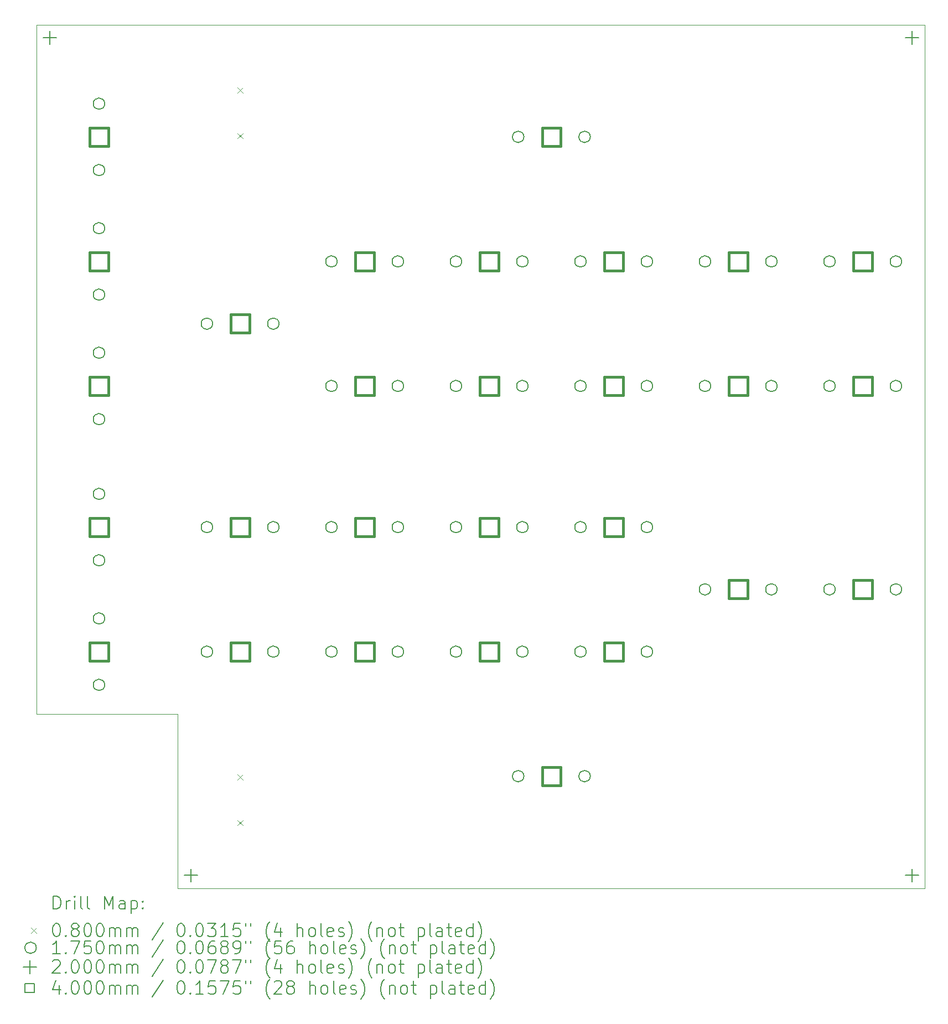
<source format=gbr>
%TF.GenerationSoftware,KiCad,Pcbnew,7.0.10*%
%TF.CreationDate,2024-02-04T12:00:15-08:00*%
%TF.ProjectId,oddball_steno,6f646462-616c-46c5-9f73-74656e6f2e6b,rev?*%
%TF.SameCoordinates,Original*%
%TF.FileFunction,Drillmap*%
%TF.FilePolarity,Positive*%
%FSLAX45Y45*%
G04 Gerber Fmt 4.5, Leading zero omitted, Abs format (unit mm)*
G04 Created by KiCad (PCBNEW 7.0.10) date 2024-02-04 12:00:15*
%MOMM*%
%LPD*%
G01*
G04 APERTURE LIST*
%ADD10C,0.100000*%
%ADD11C,0.200000*%
%ADD12C,0.175000*%
%ADD13C,0.400000*%
G04 APERTURE END LIST*
D10*
X20967550Y-15153062D02*
X9537550Y-15153062D01*
X9537550Y-12484562D01*
X7378550Y-12484562D01*
X7377050Y-1942062D01*
X20967550Y-1942062D01*
X20967550Y-15153062D01*
D11*
D10*
X10450050Y-2904937D02*
X10530050Y-2984937D01*
X10530050Y-2904937D02*
X10450050Y-2984937D01*
X10450050Y-3604937D02*
X10530050Y-3684937D01*
X10530050Y-3604937D02*
X10450050Y-3684937D01*
X10450050Y-13410187D02*
X10530050Y-13490187D01*
X10530050Y-13410187D02*
X10450050Y-13490187D01*
X10450050Y-14110187D02*
X10530050Y-14190187D01*
X10530050Y-14110187D02*
X10450050Y-14190187D01*
D12*
X8418550Y-3150062D02*
G75*
G03*
X8243550Y-3150062I-87500J0D01*
G01*
X8243550Y-3150062D02*
G75*
G03*
X8418550Y-3150062I87500J0D01*
G01*
X8418550Y-4166062D02*
G75*
G03*
X8243550Y-4166062I-87500J0D01*
G01*
X8243550Y-4166062D02*
G75*
G03*
X8418550Y-4166062I87500J0D01*
G01*
X8418550Y-5055063D02*
G75*
G03*
X8243550Y-5055063I-87500J0D01*
G01*
X8243550Y-5055063D02*
G75*
G03*
X8418550Y-5055063I87500J0D01*
G01*
X8418550Y-6071062D02*
G75*
G03*
X8243550Y-6071062I-87500J0D01*
G01*
X8243550Y-6071062D02*
G75*
G03*
X8418550Y-6071062I87500J0D01*
G01*
X8418550Y-6960062D02*
G75*
G03*
X8243550Y-6960062I-87500J0D01*
G01*
X8243550Y-6960062D02*
G75*
G03*
X8418550Y-6960062I87500J0D01*
G01*
X8418550Y-7976062D02*
G75*
G03*
X8243550Y-7976062I-87500J0D01*
G01*
X8243550Y-7976062D02*
G75*
G03*
X8418550Y-7976062I87500J0D01*
G01*
X8418550Y-9119063D02*
G75*
G03*
X8243550Y-9119063I-87500J0D01*
G01*
X8243550Y-9119063D02*
G75*
G03*
X8418550Y-9119063I87500J0D01*
G01*
X8418550Y-10135063D02*
G75*
G03*
X8243550Y-10135063I-87500J0D01*
G01*
X8243550Y-10135063D02*
G75*
G03*
X8418550Y-10135063I87500J0D01*
G01*
X8418550Y-11024063D02*
G75*
G03*
X8243550Y-11024063I-87500J0D01*
G01*
X8243550Y-11024063D02*
G75*
G03*
X8418550Y-11024063I87500J0D01*
G01*
X8418550Y-12040062D02*
G75*
G03*
X8243550Y-12040062I-87500J0D01*
G01*
X8243550Y-12040062D02*
G75*
G03*
X8418550Y-12040062I87500J0D01*
G01*
X10069550Y-6515562D02*
G75*
G03*
X9894550Y-6515562I-87500J0D01*
G01*
X9894550Y-6515562D02*
G75*
G03*
X10069550Y-6515562I87500J0D01*
G01*
X10069550Y-9627063D02*
G75*
G03*
X9894550Y-9627063I-87500J0D01*
G01*
X9894550Y-9627063D02*
G75*
G03*
X10069550Y-9627063I87500J0D01*
G01*
X10069550Y-11532062D02*
G75*
G03*
X9894550Y-11532062I-87500J0D01*
G01*
X9894550Y-11532062D02*
G75*
G03*
X10069550Y-11532062I87500J0D01*
G01*
X11085550Y-6515562D02*
G75*
G03*
X10910550Y-6515562I-87500J0D01*
G01*
X10910550Y-6515562D02*
G75*
G03*
X11085550Y-6515562I87500J0D01*
G01*
X11085550Y-9627063D02*
G75*
G03*
X10910550Y-9627063I-87500J0D01*
G01*
X10910550Y-9627063D02*
G75*
G03*
X11085550Y-9627063I87500J0D01*
G01*
X11085550Y-11532062D02*
G75*
G03*
X10910550Y-11532062I-87500J0D01*
G01*
X10910550Y-11532062D02*
G75*
G03*
X11085550Y-11532062I87500J0D01*
G01*
X11974550Y-5563063D02*
G75*
G03*
X11799550Y-5563063I-87500J0D01*
G01*
X11799550Y-5563063D02*
G75*
G03*
X11974550Y-5563063I87500J0D01*
G01*
X11974550Y-7468062D02*
G75*
G03*
X11799550Y-7468062I-87500J0D01*
G01*
X11799550Y-7468062D02*
G75*
G03*
X11974550Y-7468062I87500J0D01*
G01*
X11974550Y-9627063D02*
G75*
G03*
X11799550Y-9627063I-87500J0D01*
G01*
X11799550Y-9627063D02*
G75*
G03*
X11974550Y-9627063I87500J0D01*
G01*
X11974550Y-11532062D02*
G75*
G03*
X11799550Y-11532062I-87500J0D01*
G01*
X11799550Y-11532062D02*
G75*
G03*
X11974550Y-11532062I87500J0D01*
G01*
X12990550Y-5563063D02*
G75*
G03*
X12815550Y-5563063I-87500J0D01*
G01*
X12815550Y-5563063D02*
G75*
G03*
X12990550Y-5563063I87500J0D01*
G01*
X12990550Y-7468062D02*
G75*
G03*
X12815550Y-7468062I-87500J0D01*
G01*
X12815550Y-7468062D02*
G75*
G03*
X12990550Y-7468062I87500J0D01*
G01*
X12990550Y-9627063D02*
G75*
G03*
X12815550Y-9627063I-87500J0D01*
G01*
X12815550Y-9627063D02*
G75*
G03*
X12990550Y-9627063I87500J0D01*
G01*
X12990550Y-11532062D02*
G75*
G03*
X12815550Y-11532062I-87500J0D01*
G01*
X12815550Y-11532062D02*
G75*
G03*
X12990550Y-11532062I87500J0D01*
G01*
X13879550Y-5563063D02*
G75*
G03*
X13704550Y-5563063I-87500J0D01*
G01*
X13704550Y-5563063D02*
G75*
G03*
X13879550Y-5563063I87500J0D01*
G01*
X13879550Y-7468062D02*
G75*
G03*
X13704550Y-7468062I-87500J0D01*
G01*
X13704550Y-7468062D02*
G75*
G03*
X13879550Y-7468062I87500J0D01*
G01*
X13879550Y-9627063D02*
G75*
G03*
X13704550Y-9627063I-87500J0D01*
G01*
X13704550Y-9627063D02*
G75*
G03*
X13879550Y-9627063I87500J0D01*
G01*
X13879550Y-11532062D02*
G75*
G03*
X13704550Y-11532062I-87500J0D01*
G01*
X13704550Y-11532062D02*
G75*
G03*
X13879550Y-11532062I87500J0D01*
G01*
X14832050Y-3658062D02*
G75*
G03*
X14657050Y-3658062I-87500J0D01*
G01*
X14657050Y-3658062D02*
G75*
G03*
X14832050Y-3658062I87500J0D01*
G01*
X14832050Y-13437062D02*
G75*
G03*
X14657050Y-13437062I-87500J0D01*
G01*
X14657050Y-13437062D02*
G75*
G03*
X14832050Y-13437062I87500J0D01*
G01*
X14895550Y-5563063D02*
G75*
G03*
X14720550Y-5563063I-87500J0D01*
G01*
X14720550Y-5563063D02*
G75*
G03*
X14895550Y-5563063I87500J0D01*
G01*
X14895550Y-7468062D02*
G75*
G03*
X14720550Y-7468062I-87500J0D01*
G01*
X14720550Y-7468062D02*
G75*
G03*
X14895550Y-7468062I87500J0D01*
G01*
X14895550Y-9627063D02*
G75*
G03*
X14720550Y-9627063I-87500J0D01*
G01*
X14720550Y-9627063D02*
G75*
G03*
X14895550Y-9627063I87500J0D01*
G01*
X14895550Y-11532062D02*
G75*
G03*
X14720550Y-11532062I-87500J0D01*
G01*
X14720550Y-11532062D02*
G75*
G03*
X14895550Y-11532062I87500J0D01*
G01*
X15784550Y-5563063D02*
G75*
G03*
X15609550Y-5563063I-87500J0D01*
G01*
X15609550Y-5563063D02*
G75*
G03*
X15784550Y-5563063I87500J0D01*
G01*
X15784550Y-7468062D02*
G75*
G03*
X15609550Y-7468062I-87500J0D01*
G01*
X15609550Y-7468062D02*
G75*
G03*
X15784550Y-7468062I87500J0D01*
G01*
X15784550Y-9627063D02*
G75*
G03*
X15609550Y-9627063I-87500J0D01*
G01*
X15609550Y-9627063D02*
G75*
G03*
X15784550Y-9627063I87500J0D01*
G01*
X15784550Y-11532062D02*
G75*
G03*
X15609550Y-11532062I-87500J0D01*
G01*
X15609550Y-11532062D02*
G75*
G03*
X15784550Y-11532062I87500J0D01*
G01*
X15848050Y-3658062D02*
G75*
G03*
X15673050Y-3658062I-87500J0D01*
G01*
X15673050Y-3658062D02*
G75*
G03*
X15848050Y-3658062I87500J0D01*
G01*
X15848050Y-13437062D02*
G75*
G03*
X15673050Y-13437062I-87500J0D01*
G01*
X15673050Y-13437062D02*
G75*
G03*
X15848050Y-13437062I87500J0D01*
G01*
X16800550Y-5563063D02*
G75*
G03*
X16625550Y-5563063I-87500J0D01*
G01*
X16625550Y-5563063D02*
G75*
G03*
X16800550Y-5563063I87500J0D01*
G01*
X16800550Y-7468062D02*
G75*
G03*
X16625550Y-7468062I-87500J0D01*
G01*
X16625550Y-7468062D02*
G75*
G03*
X16800550Y-7468062I87500J0D01*
G01*
X16800550Y-9627063D02*
G75*
G03*
X16625550Y-9627063I-87500J0D01*
G01*
X16625550Y-9627063D02*
G75*
G03*
X16800550Y-9627063I87500J0D01*
G01*
X16800550Y-11532062D02*
G75*
G03*
X16625550Y-11532062I-87500J0D01*
G01*
X16625550Y-11532062D02*
G75*
G03*
X16800550Y-11532062I87500J0D01*
G01*
X17689550Y-5563063D02*
G75*
G03*
X17514550Y-5563063I-87500J0D01*
G01*
X17514550Y-5563063D02*
G75*
G03*
X17689550Y-5563063I87500J0D01*
G01*
X17689550Y-7468062D02*
G75*
G03*
X17514550Y-7468062I-87500J0D01*
G01*
X17514550Y-7468062D02*
G75*
G03*
X17689550Y-7468062I87500J0D01*
G01*
X17689550Y-10579563D02*
G75*
G03*
X17514550Y-10579563I-87500J0D01*
G01*
X17514550Y-10579563D02*
G75*
G03*
X17689550Y-10579563I87500J0D01*
G01*
X18705550Y-5563063D02*
G75*
G03*
X18530550Y-5563063I-87500J0D01*
G01*
X18530550Y-5563063D02*
G75*
G03*
X18705550Y-5563063I87500J0D01*
G01*
X18705550Y-7468062D02*
G75*
G03*
X18530550Y-7468062I-87500J0D01*
G01*
X18530550Y-7468062D02*
G75*
G03*
X18705550Y-7468062I87500J0D01*
G01*
X18705550Y-10579563D02*
G75*
G03*
X18530550Y-10579563I-87500J0D01*
G01*
X18530550Y-10579563D02*
G75*
G03*
X18705550Y-10579563I87500J0D01*
G01*
X19594550Y-5563063D02*
G75*
G03*
X19419550Y-5563063I-87500J0D01*
G01*
X19419550Y-5563063D02*
G75*
G03*
X19594550Y-5563063I87500J0D01*
G01*
X19594550Y-7468062D02*
G75*
G03*
X19419550Y-7468062I-87500J0D01*
G01*
X19419550Y-7468062D02*
G75*
G03*
X19594550Y-7468062I87500J0D01*
G01*
X19594550Y-10579563D02*
G75*
G03*
X19419550Y-10579563I-87500J0D01*
G01*
X19419550Y-10579563D02*
G75*
G03*
X19594550Y-10579563I87500J0D01*
G01*
X20610550Y-5563063D02*
G75*
G03*
X20435550Y-5563063I-87500J0D01*
G01*
X20435550Y-5563063D02*
G75*
G03*
X20610550Y-5563063I87500J0D01*
G01*
X20610550Y-7468062D02*
G75*
G03*
X20435550Y-7468062I-87500J0D01*
G01*
X20435550Y-7468062D02*
G75*
G03*
X20610550Y-7468062I87500J0D01*
G01*
X20610550Y-10579563D02*
G75*
G03*
X20435550Y-10579563I-87500J0D01*
G01*
X20435550Y-10579563D02*
G75*
G03*
X20610550Y-10579563I87500J0D01*
G01*
D11*
X7577050Y-2042062D02*
X7577050Y-2242063D01*
X7477050Y-2142063D02*
X7677050Y-2142063D01*
X9737550Y-14853062D02*
X9737550Y-15053062D01*
X9637550Y-14953062D02*
X9837550Y-14953062D01*
X20767550Y-2042062D02*
X20767550Y-2242063D01*
X20667550Y-2142063D02*
X20867550Y-2142063D01*
X20767550Y-14853062D02*
X20767550Y-15053062D01*
X20667550Y-14953062D02*
X20867550Y-14953062D01*
D13*
X8472473Y-3799485D02*
X8472473Y-3516640D01*
X8189627Y-3516640D01*
X8189627Y-3799485D01*
X8472473Y-3799485D01*
X8472473Y-5704485D02*
X8472473Y-5421640D01*
X8189627Y-5421640D01*
X8189627Y-5704485D01*
X8472473Y-5704485D01*
X8472473Y-7609485D02*
X8472473Y-7326640D01*
X8189627Y-7326640D01*
X8189627Y-7609485D01*
X8472473Y-7609485D01*
X8472473Y-9768485D02*
X8472473Y-9485640D01*
X8189627Y-9485640D01*
X8189627Y-9768485D01*
X8472473Y-9768485D01*
X8472473Y-11673485D02*
X8472473Y-11390640D01*
X8189627Y-11390640D01*
X8189627Y-11673485D01*
X8472473Y-11673485D01*
X10631473Y-6656985D02*
X10631473Y-6374140D01*
X10348627Y-6374140D01*
X10348627Y-6656985D01*
X10631473Y-6656985D01*
X10631473Y-9768485D02*
X10631473Y-9485640D01*
X10348627Y-9485640D01*
X10348627Y-9768485D01*
X10631473Y-9768485D01*
X10631473Y-11673485D02*
X10631473Y-11390640D01*
X10348627Y-11390640D01*
X10348627Y-11673485D01*
X10631473Y-11673485D01*
X12536473Y-5704485D02*
X12536473Y-5421640D01*
X12253627Y-5421640D01*
X12253627Y-5704485D01*
X12536473Y-5704485D01*
X12536473Y-7609485D02*
X12536473Y-7326640D01*
X12253627Y-7326640D01*
X12253627Y-7609485D01*
X12536473Y-7609485D01*
X12536473Y-9768485D02*
X12536473Y-9485640D01*
X12253627Y-9485640D01*
X12253627Y-9768485D01*
X12536473Y-9768485D01*
X12536473Y-11673485D02*
X12536473Y-11390640D01*
X12253627Y-11390640D01*
X12253627Y-11673485D01*
X12536473Y-11673485D01*
X14441473Y-5704485D02*
X14441473Y-5421640D01*
X14158627Y-5421640D01*
X14158627Y-5704485D01*
X14441473Y-5704485D01*
X14441473Y-7609485D02*
X14441473Y-7326640D01*
X14158627Y-7326640D01*
X14158627Y-7609485D01*
X14441473Y-7609485D01*
X14441473Y-9768485D02*
X14441473Y-9485640D01*
X14158627Y-9485640D01*
X14158627Y-9768485D01*
X14441473Y-9768485D01*
X14441473Y-11673485D02*
X14441473Y-11390640D01*
X14158627Y-11390640D01*
X14158627Y-11673485D01*
X14441473Y-11673485D01*
X15393973Y-3799485D02*
X15393973Y-3516640D01*
X15111127Y-3516640D01*
X15111127Y-3799485D01*
X15393973Y-3799485D01*
X15393973Y-13578485D02*
X15393973Y-13295640D01*
X15111127Y-13295640D01*
X15111127Y-13578485D01*
X15393973Y-13578485D01*
X16346473Y-5704485D02*
X16346473Y-5421640D01*
X16063627Y-5421640D01*
X16063627Y-5704485D01*
X16346473Y-5704485D01*
X16346473Y-7609485D02*
X16346473Y-7326640D01*
X16063627Y-7326640D01*
X16063627Y-7609485D01*
X16346473Y-7609485D01*
X16346473Y-9768485D02*
X16346473Y-9485640D01*
X16063627Y-9485640D01*
X16063627Y-9768485D01*
X16346473Y-9768485D01*
X16346473Y-11673485D02*
X16346473Y-11390640D01*
X16063627Y-11390640D01*
X16063627Y-11673485D01*
X16346473Y-11673485D01*
X18251473Y-5704485D02*
X18251473Y-5421640D01*
X17968627Y-5421640D01*
X17968627Y-5704485D01*
X18251473Y-5704485D01*
X18251473Y-7609485D02*
X18251473Y-7326640D01*
X17968627Y-7326640D01*
X17968627Y-7609485D01*
X18251473Y-7609485D01*
X18251473Y-10720985D02*
X18251473Y-10438140D01*
X17968627Y-10438140D01*
X17968627Y-10720985D01*
X18251473Y-10720985D01*
X20156473Y-5704485D02*
X20156473Y-5421640D01*
X19873627Y-5421640D01*
X19873627Y-5704485D01*
X20156473Y-5704485D01*
X20156473Y-7609485D02*
X20156473Y-7326640D01*
X19873627Y-7326640D01*
X19873627Y-7609485D01*
X20156473Y-7609485D01*
X20156473Y-10720985D02*
X20156473Y-10438140D01*
X19873627Y-10438140D01*
X19873627Y-10720985D01*
X20156473Y-10720985D01*
D11*
X7632827Y-15469546D02*
X7632827Y-15269546D01*
X7632827Y-15269546D02*
X7680446Y-15269546D01*
X7680446Y-15269546D02*
X7709017Y-15279070D01*
X7709017Y-15279070D02*
X7728065Y-15298118D01*
X7728065Y-15298118D02*
X7737589Y-15317165D01*
X7737589Y-15317165D02*
X7747112Y-15355260D01*
X7747112Y-15355260D02*
X7747112Y-15383832D01*
X7747112Y-15383832D02*
X7737589Y-15421927D01*
X7737589Y-15421927D02*
X7728065Y-15440975D01*
X7728065Y-15440975D02*
X7709017Y-15460022D01*
X7709017Y-15460022D02*
X7680446Y-15469546D01*
X7680446Y-15469546D02*
X7632827Y-15469546D01*
X7832827Y-15469546D02*
X7832827Y-15336213D01*
X7832827Y-15374308D02*
X7842351Y-15355260D01*
X7842351Y-15355260D02*
X7851874Y-15345737D01*
X7851874Y-15345737D02*
X7870922Y-15336213D01*
X7870922Y-15336213D02*
X7889970Y-15336213D01*
X7956636Y-15469546D02*
X7956636Y-15336213D01*
X7956636Y-15269546D02*
X7947112Y-15279070D01*
X7947112Y-15279070D02*
X7956636Y-15288594D01*
X7956636Y-15288594D02*
X7966160Y-15279070D01*
X7966160Y-15279070D02*
X7956636Y-15269546D01*
X7956636Y-15269546D02*
X7956636Y-15288594D01*
X8080446Y-15469546D02*
X8061398Y-15460022D01*
X8061398Y-15460022D02*
X8051874Y-15440975D01*
X8051874Y-15440975D02*
X8051874Y-15269546D01*
X8185208Y-15469546D02*
X8166160Y-15460022D01*
X8166160Y-15460022D02*
X8156636Y-15440975D01*
X8156636Y-15440975D02*
X8156636Y-15269546D01*
X8413779Y-15469546D02*
X8413779Y-15269546D01*
X8413779Y-15269546D02*
X8480446Y-15412403D01*
X8480446Y-15412403D02*
X8547113Y-15269546D01*
X8547113Y-15269546D02*
X8547113Y-15469546D01*
X8728065Y-15469546D02*
X8728065Y-15364784D01*
X8728065Y-15364784D02*
X8718541Y-15345737D01*
X8718541Y-15345737D02*
X8699494Y-15336213D01*
X8699494Y-15336213D02*
X8661398Y-15336213D01*
X8661398Y-15336213D02*
X8642351Y-15345737D01*
X8728065Y-15460022D02*
X8709017Y-15469546D01*
X8709017Y-15469546D02*
X8661398Y-15469546D01*
X8661398Y-15469546D02*
X8642351Y-15460022D01*
X8642351Y-15460022D02*
X8632827Y-15440975D01*
X8632827Y-15440975D02*
X8632827Y-15421927D01*
X8632827Y-15421927D02*
X8642351Y-15402880D01*
X8642351Y-15402880D02*
X8661398Y-15393356D01*
X8661398Y-15393356D02*
X8709017Y-15393356D01*
X8709017Y-15393356D02*
X8728065Y-15383832D01*
X8823303Y-15336213D02*
X8823303Y-15536213D01*
X8823303Y-15345737D02*
X8842351Y-15336213D01*
X8842351Y-15336213D02*
X8880446Y-15336213D01*
X8880446Y-15336213D02*
X8899494Y-15345737D01*
X8899494Y-15345737D02*
X8909017Y-15355260D01*
X8909017Y-15355260D02*
X8918541Y-15374308D01*
X8918541Y-15374308D02*
X8918541Y-15431451D01*
X8918541Y-15431451D02*
X8909017Y-15450499D01*
X8909017Y-15450499D02*
X8899494Y-15460022D01*
X8899494Y-15460022D02*
X8880446Y-15469546D01*
X8880446Y-15469546D02*
X8842351Y-15469546D01*
X8842351Y-15469546D02*
X8823303Y-15460022D01*
X9004255Y-15450499D02*
X9013779Y-15460022D01*
X9013779Y-15460022D02*
X9004255Y-15469546D01*
X9004255Y-15469546D02*
X8994732Y-15460022D01*
X8994732Y-15460022D02*
X9004255Y-15450499D01*
X9004255Y-15450499D02*
X9004255Y-15469546D01*
X9004255Y-15345737D02*
X9013779Y-15355260D01*
X9013779Y-15355260D02*
X9004255Y-15364784D01*
X9004255Y-15364784D02*
X8994732Y-15355260D01*
X8994732Y-15355260D02*
X9004255Y-15345737D01*
X9004255Y-15345737D02*
X9004255Y-15364784D01*
D10*
X7292050Y-15758062D02*
X7372050Y-15838062D01*
X7372050Y-15758062D02*
X7292050Y-15838062D01*
D11*
X7670922Y-15689546D02*
X7689970Y-15689546D01*
X7689970Y-15689546D02*
X7709017Y-15699070D01*
X7709017Y-15699070D02*
X7718541Y-15708594D01*
X7718541Y-15708594D02*
X7728065Y-15727641D01*
X7728065Y-15727641D02*
X7737589Y-15765737D01*
X7737589Y-15765737D02*
X7737589Y-15813356D01*
X7737589Y-15813356D02*
X7728065Y-15851451D01*
X7728065Y-15851451D02*
X7718541Y-15870499D01*
X7718541Y-15870499D02*
X7709017Y-15880022D01*
X7709017Y-15880022D02*
X7689970Y-15889546D01*
X7689970Y-15889546D02*
X7670922Y-15889546D01*
X7670922Y-15889546D02*
X7651874Y-15880022D01*
X7651874Y-15880022D02*
X7642351Y-15870499D01*
X7642351Y-15870499D02*
X7632827Y-15851451D01*
X7632827Y-15851451D02*
X7623303Y-15813356D01*
X7623303Y-15813356D02*
X7623303Y-15765737D01*
X7623303Y-15765737D02*
X7632827Y-15727641D01*
X7632827Y-15727641D02*
X7642351Y-15708594D01*
X7642351Y-15708594D02*
X7651874Y-15699070D01*
X7651874Y-15699070D02*
X7670922Y-15689546D01*
X7823303Y-15870499D02*
X7832827Y-15880022D01*
X7832827Y-15880022D02*
X7823303Y-15889546D01*
X7823303Y-15889546D02*
X7813779Y-15880022D01*
X7813779Y-15880022D02*
X7823303Y-15870499D01*
X7823303Y-15870499D02*
X7823303Y-15889546D01*
X7947112Y-15775260D02*
X7928065Y-15765737D01*
X7928065Y-15765737D02*
X7918541Y-15756213D01*
X7918541Y-15756213D02*
X7909017Y-15737165D01*
X7909017Y-15737165D02*
X7909017Y-15727641D01*
X7909017Y-15727641D02*
X7918541Y-15708594D01*
X7918541Y-15708594D02*
X7928065Y-15699070D01*
X7928065Y-15699070D02*
X7947112Y-15689546D01*
X7947112Y-15689546D02*
X7985208Y-15689546D01*
X7985208Y-15689546D02*
X8004255Y-15699070D01*
X8004255Y-15699070D02*
X8013779Y-15708594D01*
X8013779Y-15708594D02*
X8023303Y-15727641D01*
X8023303Y-15727641D02*
X8023303Y-15737165D01*
X8023303Y-15737165D02*
X8013779Y-15756213D01*
X8013779Y-15756213D02*
X8004255Y-15765737D01*
X8004255Y-15765737D02*
X7985208Y-15775260D01*
X7985208Y-15775260D02*
X7947112Y-15775260D01*
X7947112Y-15775260D02*
X7928065Y-15784784D01*
X7928065Y-15784784D02*
X7918541Y-15794308D01*
X7918541Y-15794308D02*
X7909017Y-15813356D01*
X7909017Y-15813356D02*
X7909017Y-15851451D01*
X7909017Y-15851451D02*
X7918541Y-15870499D01*
X7918541Y-15870499D02*
X7928065Y-15880022D01*
X7928065Y-15880022D02*
X7947112Y-15889546D01*
X7947112Y-15889546D02*
X7985208Y-15889546D01*
X7985208Y-15889546D02*
X8004255Y-15880022D01*
X8004255Y-15880022D02*
X8013779Y-15870499D01*
X8013779Y-15870499D02*
X8023303Y-15851451D01*
X8023303Y-15851451D02*
X8023303Y-15813356D01*
X8023303Y-15813356D02*
X8013779Y-15794308D01*
X8013779Y-15794308D02*
X8004255Y-15784784D01*
X8004255Y-15784784D02*
X7985208Y-15775260D01*
X8147112Y-15689546D02*
X8166160Y-15689546D01*
X8166160Y-15689546D02*
X8185208Y-15699070D01*
X8185208Y-15699070D02*
X8194732Y-15708594D01*
X8194732Y-15708594D02*
X8204255Y-15727641D01*
X8204255Y-15727641D02*
X8213779Y-15765737D01*
X8213779Y-15765737D02*
X8213779Y-15813356D01*
X8213779Y-15813356D02*
X8204255Y-15851451D01*
X8204255Y-15851451D02*
X8194732Y-15870499D01*
X8194732Y-15870499D02*
X8185208Y-15880022D01*
X8185208Y-15880022D02*
X8166160Y-15889546D01*
X8166160Y-15889546D02*
X8147112Y-15889546D01*
X8147112Y-15889546D02*
X8128065Y-15880022D01*
X8128065Y-15880022D02*
X8118541Y-15870499D01*
X8118541Y-15870499D02*
X8109017Y-15851451D01*
X8109017Y-15851451D02*
X8099493Y-15813356D01*
X8099493Y-15813356D02*
X8099493Y-15765737D01*
X8099493Y-15765737D02*
X8109017Y-15727641D01*
X8109017Y-15727641D02*
X8118541Y-15708594D01*
X8118541Y-15708594D02*
X8128065Y-15699070D01*
X8128065Y-15699070D02*
X8147112Y-15689546D01*
X8337589Y-15689546D02*
X8356636Y-15689546D01*
X8356636Y-15689546D02*
X8375684Y-15699070D01*
X8375684Y-15699070D02*
X8385208Y-15708594D01*
X8385208Y-15708594D02*
X8394732Y-15727641D01*
X8394732Y-15727641D02*
X8404255Y-15765737D01*
X8404255Y-15765737D02*
X8404255Y-15813356D01*
X8404255Y-15813356D02*
X8394732Y-15851451D01*
X8394732Y-15851451D02*
X8385208Y-15870499D01*
X8385208Y-15870499D02*
X8375684Y-15880022D01*
X8375684Y-15880022D02*
X8356636Y-15889546D01*
X8356636Y-15889546D02*
X8337589Y-15889546D01*
X8337589Y-15889546D02*
X8318541Y-15880022D01*
X8318541Y-15880022D02*
X8309017Y-15870499D01*
X8309017Y-15870499D02*
X8299493Y-15851451D01*
X8299493Y-15851451D02*
X8289970Y-15813356D01*
X8289970Y-15813356D02*
X8289970Y-15765737D01*
X8289970Y-15765737D02*
X8299493Y-15727641D01*
X8299493Y-15727641D02*
X8309017Y-15708594D01*
X8309017Y-15708594D02*
X8318541Y-15699070D01*
X8318541Y-15699070D02*
X8337589Y-15689546D01*
X8489970Y-15889546D02*
X8489970Y-15756213D01*
X8489970Y-15775260D02*
X8499494Y-15765737D01*
X8499494Y-15765737D02*
X8518541Y-15756213D01*
X8518541Y-15756213D02*
X8547113Y-15756213D01*
X8547113Y-15756213D02*
X8566160Y-15765737D01*
X8566160Y-15765737D02*
X8575684Y-15784784D01*
X8575684Y-15784784D02*
X8575684Y-15889546D01*
X8575684Y-15784784D02*
X8585208Y-15765737D01*
X8585208Y-15765737D02*
X8604255Y-15756213D01*
X8604255Y-15756213D02*
X8632827Y-15756213D01*
X8632827Y-15756213D02*
X8651875Y-15765737D01*
X8651875Y-15765737D02*
X8661398Y-15784784D01*
X8661398Y-15784784D02*
X8661398Y-15889546D01*
X8756636Y-15889546D02*
X8756636Y-15756213D01*
X8756636Y-15775260D02*
X8766160Y-15765737D01*
X8766160Y-15765737D02*
X8785208Y-15756213D01*
X8785208Y-15756213D02*
X8813779Y-15756213D01*
X8813779Y-15756213D02*
X8832827Y-15765737D01*
X8832827Y-15765737D02*
X8842351Y-15784784D01*
X8842351Y-15784784D02*
X8842351Y-15889546D01*
X8842351Y-15784784D02*
X8851875Y-15765737D01*
X8851875Y-15765737D02*
X8870922Y-15756213D01*
X8870922Y-15756213D02*
X8899494Y-15756213D01*
X8899494Y-15756213D02*
X8918541Y-15765737D01*
X8918541Y-15765737D02*
X8928065Y-15784784D01*
X8928065Y-15784784D02*
X8928065Y-15889546D01*
X9318541Y-15680022D02*
X9147113Y-15937165D01*
X9575684Y-15689546D02*
X9594732Y-15689546D01*
X9594732Y-15689546D02*
X9613779Y-15699070D01*
X9613779Y-15699070D02*
X9623303Y-15708594D01*
X9623303Y-15708594D02*
X9632827Y-15727641D01*
X9632827Y-15727641D02*
X9642351Y-15765737D01*
X9642351Y-15765737D02*
X9642351Y-15813356D01*
X9642351Y-15813356D02*
X9632827Y-15851451D01*
X9632827Y-15851451D02*
X9623303Y-15870499D01*
X9623303Y-15870499D02*
X9613779Y-15880022D01*
X9613779Y-15880022D02*
X9594732Y-15889546D01*
X9594732Y-15889546D02*
X9575684Y-15889546D01*
X9575684Y-15889546D02*
X9556637Y-15880022D01*
X9556637Y-15880022D02*
X9547113Y-15870499D01*
X9547113Y-15870499D02*
X9537589Y-15851451D01*
X9537589Y-15851451D02*
X9528065Y-15813356D01*
X9528065Y-15813356D02*
X9528065Y-15765737D01*
X9528065Y-15765737D02*
X9537589Y-15727641D01*
X9537589Y-15727641D02*
X9547113Y-15708594D01*
X9547113Y-15708594D02*
X9556637Y-15699070D01*
X9556637Y-15699070D02*
X9575684Y-15689546D01*
X9728065Y-15870499D02*
X9737589Y-15880022D01*
X9737589Y-15880022D02*
X9728065Y-15889546D01*
X9728065Y-15889546D02*
X9718541Y-15880022D01*
X9718541Y-15880022D02*
X9728065Y-15870499D01*
X9728065Y-15870499D02*
X9728065Y-15889546D01*
X9861398Y-15689546D02*
X9880446Y-15689546D01*
X9880446Y-15689546D02*
X9899494Y-15699070D01*
X9899494Y-15699070D02*
X9909018Y-15708594D01*
X9909018Y-15708594D02*
X9918541Y-15727641D01*
X9918541Y-15727641D02*
X9928065Y-15765737D01*
X9928065Y-15765737D02*
X9928065Y-15813356D01*
X9928065Y-15813356D02*
X9918541Y-15851451D01*
X9918541Y-15851451D02*
X9909018Y-15870499D01*
X9909018Y-15870499D02*
X9899494Y-15880022D01*
X9899494Y-15880022D02*
X9880446Y-15889546D01*
X9880446Y-15889546D02*
X9861398Y-15889546D01*
X9861398Y-15889546D02*
X9842351Y-15880022D01*
X9842351Y-15880022D02*
X9832827Y-15870499D01*
X9832827Y-15870499D02*
X9823303Y-15851451D01*
X9823303Y-15851451D02*
X9813779Y-15813356D01*
X9813779Y-15813356D02*
X9813779Y-15765737D01*
X9813779Y-15765737D02*
X9823303Y-15727641D01*
X9823303Y-15727641D02*
X9832827Y-15708594D01*
X9832827Y-15708594D02*
X9842351Y-15699070D01*
X9842351Y-15699070D02*
X9861398Y-15689546D01*
X9994732Y-15689546D02*
X10118541Y-15689546D01*
X10118541Y-15689546D02*
X10051875Y-15765737D01*
X10051875Y-15765737D02*
X10080446Y-15765737D01*
X10080446Y-15765737D02*
X10099494Y-15775260D01*
X10099494Y-15775260D02*
X10109018Y-15784784D01*
X10109018Y-15784784D02*
X10118541Y-15803832D01*
X10118541Y-15803832D02*
X10118541Y-15851451D01*
X10118541Y-15851451D02*
X10109018Y-15870499D01*
X10109018Y-15870499D02*
X10099494Y-15880022D01*
X10099494Y-15880022D02*
X10080446Y-15889546D01*
X10080446Y-15889546D02*
X10023303Y-15889546D01*
X10023303Y-15889546D02*
X10004256Y-15880022D01*
X10004256Y-15880022D02*
X9994732Y-15870499D01*
X10309018Y-15889546D02*
X10194732Y-15889546D01*
X10251875Y-15889546D02*
X10251875Y-15689546D01*
X10251875Y-15689546D02*
X10232827Y-15718118D01*
X10232827Y-15718118D02*
X10213779Y-15737165D01*
X10213779Y-15737165D02*
X10194732Y-15746689D01*
X10489970Y-15689546D02*
X10394732Y-15689546D01*
X10394732Y-15689546D02*
X10385208Y-15784784D01*
X10385208Y-15784784D02*
X10394732Y-15775260D01*
X10394732Y-15775260D02*
X10413779Y-15765737D01*
X10413779Y-15765737D02*
X10461399Y-15765737D01*
X10461399Y-15765737D02*
X10480446Y-15775260D01*
X10480446Y-15775260D02*
X10489970Y-15784784D01*
X10489970Y-15784784D02*
X10499494Y-15803832D01*
X10499494Y-15803832D02*
X10499494Y-15851451D01*
X10499494Y-15851451D02*
X10489970Y-15870499D01*
X10489970Y-15870499D02*
X10480446Y-15880022D01*
X10480446Y-15880022D02*
X10461399Y-15889546D01*
X10461399Y-15889546D02*
X10413779Y-15889546D01*
X10413779Y-15889546D02*
X10394732Y-15880022D01*
X10394732Y-15880022D02*
X10385208Y-15870499D01*
X10575684Y-15689546D02*
X10575684Y-15727641D01*
X10651875Y-15689546D02*
X10651875Y-15727641D01*
X10947113Y-15965737D02*
X10937589Y-15956213D01*
X10937589Y-15956213D02*
X10918541Y-15927641D01*
X10918541Y-15927641D02*
X10909018Y-15908594D01*
X10909018Y-15908594D02*
X10899494Y-15880022D01*
X10899494Y-15880022D02*
X10889970Y-15832403D01*
X10889970Y-15832403D02*
X10889970Y-15794308D01*
X10889970Y-15794308D02*
X10899494Y-15746689D01*
X10899494Y-15746689D02*
X10909018Y-15718118D01*
X10909018Y-15718118D02*
X10918541Y-15699070D01*
X10918541Y-15699070D02*
X10937589Y-15670499D01*
X10937589Y-15670499D02*
X10947113Y-15660975D01*
X11109018Y-15756213D02*
X11109018Y-15889546D01*
X11061399Y-15680022D02*
X11013780Y-15822880D01*
X11013780Y-15822880D02*
X11137589Y-15822880D01*
X11366160Y-15889546D02*
X11366160Y-15689546D01*
X11451875Y-15889546D02*
X11451875Y-15784784D01*
X11451875Y-15784784D02*
X11442351Y-15765737D01*
X11442351Y-15765737D02*
X11423303Y-15756213D01*
X11423303Y-15756213D02*
X11394732Y-15756213D01*
X11394732Y-15756213D02*
X11375684Y-15765737D01*
X11375684Y-15765737D02*
X11366160Y-15775260D01*
X11575684Y-15889546D02*
X11556637Y-15880022D01*
X11556637Y-15880022D02*
X11547113Y-15870499D01*
X11547113Y-15870499D02*
X11537589Y-15851451D01*
X11537589Y-15851451D02*
X11537589Y-15794308D01*
X11537589Y-15794308D02*
X11547113Y-15775260D01*
X11547113Y-15775260D02*
X11556637Y-15765737D01*
X11556637Y-15765737D02*
X11575684Y-15756213D01*
X11575684Y-15756213D02*
X11604256Y-15756213D01*
X11604256Y-15756213D02*
X11623303Y-15765737D01*
X11623303Y-15765737D02*
X11632827Y-15775260D01*
X11632827Y-15775260D02*
X11642351Y-15794308D01*
X11642351Y-15794308D02*
X11642351Y-15851451D01*
X11642351Y-15851451D02*
X11632827Y-15870499D01*
X11632827Y-15870499D02*
X11623303Y-15880022D01*
X11623303Y-15880022D02*
X11604256Y-15889546D01*
X11604256Y-15889546D02*
X11575684Y-15889546D01*
X11756637Y-15889546D02*
X11737589Y-15880022D01*
X11737589Y-15880022D02*
X11728065Y-15860975D01*
X11728065Y-15860975D02*
X11728065Y-15689546D01*
X11909018Y-15880022D02*
X11889970Y-15889546D01*
X11889970Y-15889546D02*
X11851875Y-15889546D01*
X11851875Y-15889546D02*
X11832827Y-15880022D01*
X11832827Y-15880022D02*
X11823303Y-15860975D01*
X11823303Y-15860975D02*
X11823303Y-15784784D01*
X11823303Y-15784784D02*
X11832827Y-15765737D01*
X11832827Y-15765737D02*
X11851875Y-15756213D01*
X11851875Y-15756213D02*
X11889970Y-15756213D01*
X11889970Y-15756213D02*
X11909018Y-15765737D01*
X11909018Y-15765737D02*
X11918541Y-15784784D01*
X11918541Y-15784784D02*
X11918541Y-15803832D01*
X11918541Y-15803832D02*
X11823303Y-15822880D01*
X11994732Y-15880022D02*
X12013780Y-15889546D01*
X12013780Y-15889546D02*
X12051875Y-15889546D01*
X12051875Y-15889546D02*
X12070922Y-15880022D01*
X12070922Y-15880022D02*
X12080446Y-15860975D01*
X12080446Y-15860975D02*
X12080446Y-15851451D01*
X12080446Y-15851451D02*
X12070922Y-15832403D01*
X12070922Y-15832403D02*
X12051875Y-15822880D01*
X12051875Y-15822880D02*
X12023303Y-15822880D01*
X12023303Y-15822880D02*
X12004256Y-15813356D01*
X12004256Y-15813356D02*
X11994732Y-15794308D01*
X11994732Y-15794308D02*
X11994732Y-15784784D01*
X11994732Y-15784784D02*
X12004256Y-15765737D01*
X12004256Y-15765737D02*
X12023303Y-15756213D01*
X12023303Y-15756213D02*
X12051875Y-15756213D01*
X12051875Y-15756213D02*
X12070922Y-15765737D01*
X12147113Y-15965737D02*
X12156637Y-15956213D01*
X12156637Y-15956213D02*
X12175684Y-15927641D01*
X12175684Y-15927641D02*
X12185208Y-15908594D01*
X12185208Y-15908594D02*
X12194732Y-15880022D01*
X12194732Y-15880022D02*
X12204256Y-15832403D01*
X12204256Y-15832403D02*
X12204256Y-15794308D01*
X12204256Y-15794308D02*
X12194732Y-15746689D01*
X12194732Y-15746689D02*
X12185208Y-15718118D01*
X12185208Y-15718118D02*
X12175684Y-15699070D01*
X12175684Y-15699070D02*
X12156637Y-15670499D01*
X12156637Y-15670499D02*
X12147113Y-15660975D01*
X12509018Y-15965737D02*
X12499494Y-15956213D01*
X12499494Y-15956213D02*
X12480446Y-15927641D01*
X12480446Y-15927641D02*
X12470922Y-15908594D01*
X12470922Y-15908594D02*
X12461399Y-15880022D01*
X12461399Y-15880022D02*
X12451875Y-15832403D01*
X12451875Y-15832403D02*
X12451875Y-15794308D01*
X12451875Y-15794308D02*
X12461399Y-15746689D01*
X12461399Y-15746689D02*
X12470922Y-15718118D01*
X12470922Y-15718118D02*
X12480446Y-15699070D01*
X12480446Y-15699070D02*
X12499494Y-15670499D01*
X12499494Y-15670499D02*
X12509018Y-15660975D01*
X12585208Y-15756213D02*
X12585208Y-15889546D01*
X12585208Y-15775260D02*
X12594732Y-15765737D01*
X12594732Y-15765737D02*
X12613780Y-15756213D01*
X12613780Y-15756213D02*
X12642351Y-15756213D01*
X12642351Y-15756213D02*
X12661399Y-15765737D01*
X12661399Y-15765737D02*
X12670922Y-15784784D01*
X12670922Y-15784784D02*
X12670922Y-15889546D01*
X12794732Y-15889546D02*
X12775684Y-15880022D01*
X12775684Y-15880022D02*
X12766161Y-15870499D01*
X12766161Y-15870499D02*
X12756637Y-15851451D01*
X12756637Y-15851451D02*
X12756637Y-15794308D01*
X12756637Y-15794308D02*
X12766161Y-15775260D01*
X12766161Y-15775260D02*
X12775684Y-15765737D01*
X12775684Y-15765737D02*
X12794732Y-15756213D01*
X12794732Y-15756213D02*
X12823303Y-15756213D01*
X12823303Y-15756213D02*
X12842351Y-15765737D01*
X12842351Y-15765737D02*
X12851875Y-15775260D01*
X12851875Y-15775260D02*
X12861399Y-15794308D01*
X12861399Y-15794308D02*
X12861399Y-15851451D01*
X12861399Y-15851451D02*
X12851875Y-15870499D01*
X12851875Y-15870499D02*
X12842351Y-15880022D01*
X12842351Y-15880022D02*
X12823303Y-15889546D01*
X12823303Y-15889546D02*
X12794732Y-15889546D01*
X12918542Y-15756213D02*
X12994732Y-15756213D01*
X12947113Y-15689546D02*
X12947113Y-15860975D01*
X12947113Y-15860975D02*
X12956637Y-15880022D01*
X12956637Y-15880022D02*
X12975684Y-15889546D01*
X12975684Y-15889546D02*
X12994732Y-15889546D01*
X13213780Y-15756213D02*
X13213780Y-15956213D01*
X13213780Y-15765737D02*
X13232827Y-15756213D01*
X13232827Y-15756213D02*
X13270923Y-15756213D01*
X13270923Y-15756213D02*
X13289970Y-15765737D01*
X13289970Y-15765737D02*
X13299494Y-15775260D01*
X13299494Y-15775260D02*
X13309018Y-15794308D01*
X13309018Y-15794308D02*
X13309018Y-15851451D01*
X13309018Y-15851451D02*
X13299494Y-15870499D01*
X13299494Y-15870499D02*
X13289970Y-15880022D01*
X13289970Y-15880022D02*
X13270923Y-15889546D01*
X13270923Y-15889546D02*
X13232827Y-15889546D01*
X13232827Y-15889546D02*
X13213780Y-15880022D01*
X13423303Y-15889546D02*
X13404256Y-15880022D01*
X13404256Y-15880022D02*
X13394732Y-15860975D01*
X13394732Y-15860975D02*
X13394732Y-15689546D01*
X13585208Y-15889546D02*
X13585208Y-15784784D01*
X13585208Y-15784784D02*
X13575684Y-15765737D01*
X13575684Y-15765737D02*
X13556637Y-15756213D01*
X13556637Y-15756213D02*
X13518542Y-15756213D01*
X13518542Y-15756213D02*
X13499494Y-15765737D01*
X13585208Y-15880022D02*
X13566161Y-15889546D01*
X13566161Y-15889546D02*
X13518542Y-15889546D01*
X13518542Y-15889546D02*
X13499494Y-15880022D01*
X13499494Y-15880022D02*
X13489970Y-15860975D01*
X13489970Y-15860975D02*
X13489970Y-15841927D01*
X13489970Y-15841927D02*
X13499494Y-15822880D01*
X13499494Y-15822880D02*
X13518542Y-15813356D01*
X13518542Y-15813356D02*
X13566161Y-15813356D01*
X13566161Y-15813356D02*
X13585208Y-15803832D01*
X13651875Y-15756213D02*
X13728065Y-15756213D01*
X13680446Y-15689546D02*
X13680446Y-15860975D01*
X13680446Y-15860975D02*
X13689970Y-15880022D01*
X13689970Y-15880022D02*
X13709018Y-15889546D01*
X13709018Y-15889546D02*
X13728065Y-15889546D01*
X13870923Y-15880022D02*
X13851875Y-15889546D01*
X13851875Y-15889546D02*
X13813780Y-15889546D01*
X13813780Y-15889546D02*
X13794732Y-15880022D01*
X13794732Y-15880022D02*
X13785208Y-15860975D01*
X13785208Y-15860975D02*
X13785208Y-15784784D01*
X13785208Y-15784784D02*
X13794732Y-15765737D01*
X13794732Y-15765737D02*
X13813780Y-15756213D01*
X13813780Y-15756213D02*
X13851875Y-15756213D01*
X13851875Y-15756213D02*
X13870923Y-15765737D01*
X13870923Y-15765737D02*
X13880446Y-15784784D01*
X13880446Y-15784784D02*
X13880446Y-15803832D01*
X13880446Y-15803832D02*
X13785208Y-15822880D01*
X14051875Y-15889546D02*
X14051875Y-15689546D01*
X14051875Y-15880022D02*
X14032827Y-15889546D01*
X14032827Y-15889546D02*
X13994732Y-15889546D01*
X13994732Y-15889546D02*
X13975684Y-15880022D01*
X13975684Y-15880022D02*
X13966161Y-15870499D01*
X13966161Y-15870499D02*
X13956637Y-15851451D01*
X13956637Y-15851451D02*
X13956637Y-15794308D01*
X13956637Y-15794308D02*
X13966161Y-15775260D01*
X13966161Y-15775260D02*
X13975684Y-15765737D01*
X13975684Y-15765737D02*
X13994732Y-15756213D01*
X13994732Y-15756213D02*
X14032827Y-15756213D01*
X14032827Y-15756213D02*
X14051875Y-15765737D01*
X14128065Y-15965737D02*
X14137589Y-15956213D01*
X14137589Y-15956213D02*
X14156637Y-15927641D01*
X14156637Y-15927641D02*
X14166161Y-15908594D01*
X14166161Y-15908594D02*
X14175684Y-15880022D01*
X14175684Y-15880022D02*
X14185208Y-15832403D01*
X14185208Y-15832403D02*
X14185208Y-15794308D01*
X14185208Y-15794308D02*
X14175684Y-15746689D01*
X14175684Y-15746689D02*
X14166161Y-15718118D01*
X14166161Y-15718118D02*
X14156637Y-15699070D01*
X14156637Y-15699070D02*
X14137589Y-15670499D01*
X14137589Y-15670499D02*
X14128065Y-15660975D01*
D12*
X7372050Y-16062062D02*
G75*
G03*
X7197050Y-16062062I-87500J0D01*
G01*
X7197050Y-16062062D02*
G75*
G03*
X7372050Y-16062062I87500J0D01*
G01*
D11*
X7737589Y-16153546D02*
X7623303Y-16153546D01*
X7680446Y-16153546D02*
X7680446Y-15953546D01*
X7680446Y-15953546D02*
X7661398Y-15982118D01*
X7661398Y-15982118D02*
X7642351Y-16001165D01*
X7642351Y-16001165D02*
X7623303Y-16010689D01*
X7823303Y-16134499D02*
X7832827Y-16144022D01*
X7832827Y-16144022D02*
X7823303Y-16153546D01*
X7823303Y-16153546D02*
X7813779Y-16144022D01*
X7813779Y-16144022D02*
X7823303Y-16134499D01*
X7823303Y-16134499D02*
X7823303Y-16153546D01*
X7899493Y-15953546D02*
X8032827Y-15953546D01*
X8032827Y-15953546D02*
X7947112Y-16153546D01*
X8204255Y-15953546D02*
X8109017Y-15953546D01*
X8109017Y-15953546D02*
X8099493Y-16048784D01*
X8099493Y-16048784D02*
X8109017Y-16039260D01*
X8109017Y-16039260D02*
X8128065Y-16029737D01*
X8128065Y-16029737D02*
X8175684Y-16029737D01*
X8175684Y-16029737D02*
X8194732Y-16039260D01*
X8194732Y-16039260D02*
X8204255Y-16048784D01*
X8204255Y-16048784D02*
X8213779Y-16067832D01*
X8213779Y-16067832D02*
X8213779Y-16115451D01*
X8213779Y-16115451D02*
X8204255Y-16134499D01*
X8204255Y-16134499D02*
X8194732Y-16144022D01*
X8194732Y-16144022D02*
X8175684Y-16153546D01*
X8175684Y-16153546D02*
X8128065Y-16153546D01*
X8128065Y-16153546D02*
X8109017Y-16144022D01*
X8109017Y-16144022D02*
X8099493Y-16134499D01*
X8337589Y-15953546D02*
X8356636Y-15953546D01*
X8356636Y-15953546D02*
X8375684Y-15963070D01*
X8375684Y-15963070D02*
X8385208Y-15972594D01*
X8385208Y-15972594D02*
X8394732Y-15991641D01*
X8394732Y-15991641D02*
X8404255Y-16029737D01*
X8404255Y-16029737D02*
X8404255Y-16077356D01*
X8404255Y-16077356D02*
X8394732Y-16115451D01*
X8394732Y-16115451D02*
X8385208Y-16134499D01*
X8385208Y-16134499D02*
X8375684Y-16144022D01*
X8375684Y-16144022D02*
X8356636Y-16153546D01*
X8356636Y-16153546D02*
X8337589Y-16153546D01*
X8337589Y-16153546D02*
X8318541Y-16144022D01*
X8318541Y-16144022D02*
X8309017Y-16134499D01*
X8309017Y-16134499D02*
X8299493Y-16115451D01*
X8299493Y-16115451D02*
X8289970Y-16077356D01*
X8289970Y-16077356D02*
X8289970Y-16029737D01*
X8289970Y-16029737D02*
X8299493Y-15991641D01*
X8299493Y-15991641D02*
X8309017Y-15972594D01*
X8309017Y-15972594D02*
X8318541Y-15963070D01*
X8318541Y-15963070D02*
X8337589Y-15953546D01*
X8489970Y-16153546D02*
X8489970Y-16020213D01*
X8489970Y-16039260D02*
X8499494Y-16029737D01*
X8499494Y-16029737D02*
X8518541Y-16020213D01*
X8518541Y-16020213D02*
X8547113Y-16020213D01*
X8547113Y-16020213D02*
X8566160Y-16029737D01*
X8566160Y-16029737D02*
X8575684Y-16048784D01*
X8575684Y-16048784D02*
X8575684Y-16153546D01*
X8575684Y-16048784D02*
X8585208Y-16029737D01*
X8585208Y-16029737D02*
X8604255Y-16020213D01*
X8604255Y-16020213D02*
X8632827Y-16020213D01*
X8632827Y-16020213D02*
X8651875Y-16029737D01*
X8651875Y-16029737D02*
X8661398Y-16048784D01*
X8661398Y-16048784D02*
X8661398Y-16153546D01*
X8756636Y-16153546D02*
X8756636Y-16020213D01*
X8756636Y-16039260D02*
X8766160Y-16029737D01*
X8766160Y-16029737D02*
X8785208Y-16020213D01*
X8785208Y-16020213D02*
X8813779Y-16020213D01*
X8813779Y-16020213D02*
X8832827Y-16029737D01*
X8832827Y-16029737D02*
X8842351Y-16048784D01*
X8842351Y-16048784D02*
X8842351Y-16153546D01*
X8842351Y-16048784D02*
X8851875Y-16029737D01*
X8851875Y-16029737D02*
X8870922Y-16020213D01*
X8870922Y-16020213D02*
X8899494Y-16020213D01*
X8899494Y-16020213D02*
X8918541Y-16029737D01*
X8918541Y-16029737D02*
X8928065Y-16048784D01*
X8928065Y-16048784D02*
X8928065Y-16153546D01*
X9318541Y-15944022D02*
X9147113Y-16201165D01*
X9575684Y-15953546D02*
X9594732Y-15953546D01*
X9594732Y-15953546D02*
X9613779Y-15963070D01*
X9613779Y-15963070D02*
X9623303Y-15972594D01*
X9623303Y-15972594D02*
X9632827Y-15991641D01*
X9632827Y-15991641D02*
X9642351Y-16029737D01*
X9642351Y-16029737D02*
X9642351Y-16077356D01*
X9642351Y-16077356D02*
X9632827Y-16115451D01*
X9632827Y-16115451D02*
X9623303Y-16134499D01*
X9623303Y-16134499D02*
X9613779Y-16144022D01*
X9613779Y-16144022D02*
X9594732Y-16153546D01*
X9594732Y-16153546D02*
X9575684Y-16153546D01*
X9575684Y-16153546D02*
X9556637Y-16144022D01*
X9556637Y-16144022D02*
X9547113Y-16134499D01*
X9547113Y-16134499D02*
X9537589Y-16115451D01*
X9537589Y-16115451D02*
X9528065Y-16077356D01*
X9528065Y-16077356D02*
X9528065Y-16029737D01*
X9528065Y-16029737D02*
X9537589Y-15991641D01*
X9537589Y-15991641D02*
X9547113Y-15972594D01*
X9547113Y-15972594D02*
X9556637Y-15963070D01*
X9556637Y-15963070D02*
X9575684Y-15953546D01*
X9728065Y-16134499D02*
X9737589Y-16144022D01*
X9737589Y-16144022D02*
X9728065Y-16153546D01*
X9728065Y-16153546D02*
X9718541Y-16144022D01*
X9718541Y-16144022D02*
X9728065Y-16134499D01*
X9728065Y-16134499D02*
X9728065Y-16153546D01*
X9861398Y-15953546D02*
X9880446Y-15953546D01*
X9880446Y-15953546D02*
X9899494Y-15963070D01*
X9899494Y-15963070D02*
X9909018Y-15972594D01*
X9909018Y-15972594D02*
X9918541Y-15991641D01*
X9918541Y-15991641D02*
X9928065Y-16029737D01*
X9928065Y-16029737D02*
X9928065Y-16077356D01*
X9928065Y-16077356D02*
X9918541Y-16115451D01*
X9918541Y-16115451D02*
X9909018Y-16134499D01*
X9909018Y-16134499D02*
X9899494Y-16144022D01*
X9899494Y-16144022D02*
X9880446Y-16153546D01*
X9880446Y-16153546D02*
X9861398Y-16153546D01*
X9861398Y-16153546D02*
X9842351Y-16144022D01*
X9842351Y-16144022D02*
X9832827Y-16134499D01*
X9832827Y-16134499D02*
X9823303Y-16115451D01*
X9823303Y-16115451D02*
X9813779Y-16077356D01*
X9813779Y-16077356D02*
X9813779Y-16029737D01*
X9813779Y-16029737D02*
X9823303Y-15991641D01*
X9823303Y-15991641D02*
X9832827Y-15972594D01*
X9832827Y-15972594D02*
X9842351Y-15963070D01*
X9842351Y-15963070D02*
X9861398Y-15953546D01*
X10099494Y-15953546D02*
X10061398Y-15953546D01*
X10061398Y-15953546D02*
X10042351Y-15963070D01*
X10042351Y-15963070D02*
X10032827Y-15972594D01*
X10032827Y-15972594D02*
X10013779Y-16001165D01*
X10013779Y-16001165D02*
X10004256Y-16039260D01*
X10004256Y-16039260D02*
X10004256Y-16115451D01*
X10004256Y-16115451D02*
X10013779Y-16134499D01*
X10013779Y-16134499D02*
X10023303Y-16144022D01*
X10023303Y-16144022D02*
X10042351Y-16153546D01*
X10042351Y-16153546D02*
X10080446Y-16153546D01*
X10080446Y-16153546D02*
X10099494Y-16144022D01*
X10099494Y-16144022D02*
X10109018Y-16134499D01*
X10109018Y-16134499D02*
X10118541Y-16115451D01*
X10118541Y-16115451D02*
X10118541Y-16067832D01*
X10118541Y-16067832D02*
X10109018Y-16048784D01*
X10109018Y-16048784D02*
X10099494Y-16039260D01*
X10099494Y-16039260D02*
X10080446Y-16029737D01*
X10080446Y-16029737D02*
X10042351Y-16029737D01*
X10042351Y-16029737D02*
X10023303Y-16039260D01*
X10023303Y-16039260D02*
X10013779Y-16048784D01*
X10013779Y-16048784D02*
X10004256Y-16067832D01*
X10232827Y-16039260D02*
X10213779Y-16029737D01*
X10213779Y-16029737D02*
X10204256Y-16020213D01*
X10204256Y-16020213D02*
X10194732Y-16001165D01*
X10194732Y-16001165D02*
X10194732Y-15991641D01*
X10194732Y-15991641D02*
X10204256Y-15972594D01*
X10204256Y-15972594D02*
X10213779Y-15963070D01*
X10213779Y-15963070D02*
X10232827Y-15953546D01*
X10232827Y-15953546D02*
X10270922Y-15953546D01*
X10270922Y-15953546D02*
X10289970Y-15963070D01*
X10289970Y-15963070D02*
X10299494Y-15972594D01*
X10299494Y-15972594D02*
X10309018Y-15991641D01*
X10309018Y-15991641D02*
X10309018Y-16001165D01*
X10309018Y-16001165D02*
X10299494Y-16020213D01*
X10299494Y-16020213D02*
X10289970Y-16029737D01*
X10289970Y-16029737D02*
X10270922Y-16039260D01*
X10270922Y-16039260D02*
X10232827Y-16039260D01*
X10232827Y-16039260D02*
X10213779Y-16048784D01*
X10213779Y-16048784D02*
X10204256Y-16058308D01*
X10204256Y-16058308D02*
X10194732Y-16077356D01*
X10194732Y-16077356D02*
X10194732Y-16115451D01*
X10194732Y-16115451D02*
X10204256Y-16134499D01*
X10204256Y-16134499D02*
X10213779Y-16144022D01*
X10213779Y-16144022D02*
X10232827Y-16153546D01*
X10232827Y-16153546D02*
X10270922Y-16153546D01*
X10270922Y-16153546D02*
X10289970Y-16144022D01*
X10289970Y-16144022D02*
X10299494Y-16134499D01*
X10299494Y-16134499D02*
X10309018Y-16115451D01*
X10309018Y-16115451D02*
X10309018Y-16077356D01*
X10309018Y-16077356D02*
X10299494Y-16058308D01*
X10299494Y-16058308D02*
X10289970Y-16048784D01*
X10289970Y-16048784D02*
X10270922Y-16039260D01*
X10404256Y-16153546D02*
X10442351Y-16153546D01*
X10442351Y-16153546D02*
X10461399Y-16144022D01*
X10461399Y-16144022D02*
X10470922Y-16134499D01*
X10470922Y-16134499D02*
X10489970Y-16105927D01*
X10489970Y-16105927D02*
X10499494Y-16067832D01*
X10499494Y-16067832D02*
X10499494Y-15991641D01*
X10499494Y-15991641D02*
X10489970Y-15972594D01*
X10489970Y-15972594D02*
X10480446Y-15963070D01*
X10480446Y-15963070D02*
X10461399Y-15953546D01*
X10461399Y-15953546D02*
X10423303Y-15953546D01*
X10423303Y-15953546D02*
X10404256Y-15963070D01*
X10404256Y-15963070D02*
X10394732Y-15972594D01*
X10394732Y-15972594D02*
X10385208Y-15991641D01*
X10385208Y-15991641D02*
X10385208Y-16039260D01*
X10385208Y-16039260D02*
X10394732Y-16058308D01*
X10394732Y-16058308D02*
X10404256Y-16067832D01*
X10404256Y-16067832D02*
X10423303Y-16077356D01*
X10423303Y-16077356D02*
X10461399Y-16077356D01*
X10461399Y-16077356D02*
X10480446Y-16067832D01*
X10480446Y-16067832D02*
X10489970Y-16058308D01*
X10489970Y-16058308D02*
X10499494Y-16039260D01*
X10575684Y-15953546D02*
X10575684Y-15991641D01*
X10651875Y-15953546D02*
X10651875Y-15991641D01*
X10947113Y-16229737D02*
X10937589Y-16220213D01*
X10937589Y-16220213D02*
X10918541Y-16191641D01*
X10918541Y-16191641D02*
X10909018Y-16172594D01*
X10909018Y-16172594D02*
X10899494Y-16144022D01*
X10899494Y-16144022D02*
X10889970Y-16096403D01*
X10889970Y-16096403D02*
X10889970Y-16058308D01*
X10889970Y-16058308D02*
X10899494Y-16010689D01*
X10899494Y-16010689D02*
X10909018Y-15982118D01*
X10909018Y-15982118D02*
X10918541Y-15963070D01*
X10918541Y-15963070D02*
X10937589Y-15934499D01*
X10937589Y-15934499D02*
X10947113Y-15924975D01*
X11118541Y-15953546D02*
X11023303Y-15953546D01*
X11023303Y-15953546D02*
X11013780Y-16048784D01*
X11013780Y-16048784D02*
X11023303Y-16039260D01*
X11023303Y-16039260D02*
X11042351Y-16029737D01*
X11042351Y-16029737D02*
X11089970Y-16029737D01*
X11089970Y-16029737D02*
X11109018Y-16039260D01*
X11109018Y-16039260D02*
X11118541Y-16048784D01*
X11118541Y-16048784D02*
X11128065Y-16067832D01*
X11128065Y-16067832D02*
X11128065Y-16115451D01*
X11128065Y-16115451D02*
X11118541Y-16134499D01*
X11118541Y-16134499D02*
X11109018Y-16144022D01*
X11109018Y-16144022D02*
X11089970Y-16153546D01*
X11089970Y-16153546D02*
X11042351Y-16153546D01*
X11042351Y-16153546D02*
X11023303Y-16144022D01*
X11023303Y-16144022D02*
X11013780Y-16134499D01*
X11299494Y-15953546D02*
X11261398Y-15953546D01*
X11261398Y-15953546D02*
X11242351Y-15963070D01*
X11242351Y-15963070D02*
X11232827Y-15972594D01*
X11232827Y-15972594D02*
X11213779Y-16001165D01*
X11213779Y-16001165D02*
X11204256Y-16039260D01*
X11204256Y-16039260D02*
X11204256Y-16115451D01*
X11204256Y-16115451D02*
X11213779Y-16134499D01*
X11213779Y-16134499D02*
X11223303Y-16144022D01*
X11223303Y-16144022D02*
X11242351Y-16153546D01*
X11242351Y-16153546D02*
X11280446Y-16153546D01*
X11280446Y-16153546D02*
X11299494Y-16144022D01*
X11299494Y-16144022D02*
X11309018Y-16134499D01*
X11309018Y-16134499D02*
X11318541Y-16115451D01*
X11318541Y-16115451D02*
X11318541Y-16067832D01*
X11318541Y-16067832D02*
X11309018Y-16048784D01*
X11309018Y-16048784D02*
X11299494Y-16039260D01*
X11299494Y-16039260D02*
X11280446Y-16029737D01*
X11280446Y-16029737D02*
X11242351Y-16029737D01*
X11242351Y-16029737D02*
X11223303Y-16039260D01*
X11223303Y-16039260D02*
X11213779Y-16048784D01*
X11213779Y-16048784D02*
X11204256Y-16067832D01*
X11556637Y-16153546D02*
X11556637Y-15953546D01*
X11642351Y-16153546D02*
X11642351Y-16048784D01*
X11642351Y-16048784D02*
X11632827Y-16029737D01*
X11632827Y-16029737D02*
X11613780Y-16020213D01*
X11613780Y-16020213D02*
X11585208Y-16020213D01*
X11585208Y-16020213D02*
X11566160Y-16029737D01*
X11566160Y-16029737D02*
X11556637Y-16039260D01*
X11766160Y-16153546D02*
X11747113Y-16144022D01*
X11747113Y-16144022D02*
X11737589Y-16134499D01*
X11737589Y-16134499D02*
X11728065Y-16115451D01*
X11728065Y-16115451D02*
X11728065Y-16058308D01*
X11728065Y-16058308D02*
X11737589Y-16039260D01*
X11737589Y-16039260D02*
X11747113Y-16029737D01*
X11747113Y-16029737D02*
X11766160Y-16020213D01*
X11766160Y-16020213D02*
X11794732Y-16020213D01*
X11794732Y-16020213D02*
X11813780Y-16029737D01*
X11813780Y-16029737D02*
X11823303Y-16039260D01*
X11823303Y-16039260D02*
X11832827Y-16058308D01*
X11832827Y-16058308D02*
X11832827Y-16115451D01*
X11832827Y-16115451D02*
X11823303Y-16134499D01*
X11823303Y-16134499D02*
X11813780Y-16144022D01*
X11813780Y-16144022D02*
X11794732Y-16153546D01*
X11794732Y-16153546D02*
X11766160Y-16153546D01*
X11947113Y-16153546D02*
X11928065Y-16144022D01*
X11928065Y-16144022D02*
X11918541Y-16124975D01*
X11918541Y-16124975D02*
X11918541Y-15953546D01*
X12099494Y-16144022D02*
X12080446Y-16153546D01*
X12080446Y-16153546D02*
X12042351Y-16153546D01*
X12042351Y-16153546D02*
X12023303Y-16144022D01*
X12023303Y-16144022D02*
X12013780Y-16124975D01*
X12013780Y-16124975D02*
X12013780Y-16048784D01*
X12013780Y-16048784D02*
X12023303Y-16029737D01*
X12023303Y-16029737D02*
X12042351Y-16020213D01*
X12042351Y-16020213D02*
X12080446Y-16020213D01*
X12080446Y-16020213D02*
X12099494Y-16029737D01*
X12099494Y-16029737D02*
X12109018Y-16048784D01*
X12109018Y-16048784D02*
X12109018Y-16067832D01*
X12109018Y-16067832D02*
X12013780Y-16086880D01*
X12185208Y-16144022D02*
X12204256Y-16153546D01*
X12204256Y-16153546D02*
X12242351Y-16153546D01*
X12242351Y-16153546D02*
X12261399Y-16144022D01*
X12261399Y-16144022D02*
X12270922Y-16124975D01*
X12270922Y-16124975D02*
X12270922Y-16115451D01*
X12270922Y-16115451D02*
X12261399Y-16096403D01*
X12261399Y-16096403D02*
X12242351Y-16086880D01*
X12242351Y-16086880D02*
X12213780Y-16086880D01*
X12213780Y-16086880D02*
X12194732Y-16077356D01*
X12194732Y-16077356D02*
X12185208Y-16058308D01*
X12185208Y-16058308D02*
X12185208Y-16048784D01*
X12185208Y-16048784D02*
X12194732Y-16029737D01*
X12194732Y-16029737D02*
X12213780Y-16020213D01*
X12213780Y-16020213D02*
X12242351Y-16020213D01*
X12242351Y-16020213D02*
X12261399Y-16029737D01*
X12337589Y-16229737D02*
X12347113Y-16220213D01*
X12347113Y-16220213D02*
X12366161Y-16191641D01*
X12366161Y-16191641D02*
X12375684Y-16172594D01*
X12375684Y-16172594D02*
X12385208Y-16144022D01*
X12385208Y-16144022D02*
X12394732Y-16096403D01*
X12394732Y-16096403D02*
X12394732Y-16058308D01*
X12394732Y-16058308D02*
X12385208Y-16010689D01*
X12385208Y-16010689D02*
X12375684Y-15982118D01*
X12375684Y-15982118D02*
X12366161Y-15963070D01*
X12366161Y-15963070D02*
X12347113Y-15934499D01*
X12347113Y-15934499D02*
X12337589Y-15924975D01*
X12699494Y-16229737D02*
X12689970Y-16220213D01*
X12689970Y-16220213D02*
X12670922Y-16191641D01*
X12670922Y-16191641D02*
X12661399Y-16172594D01*
X12661399Y-16172594D02*
X12651875Y-16144022D01*
X12651875Y-16144022D02*
X12642351Y-16096403D01*
X12642351Y-16096403D02*
X12642351Y-16058308D01*
X12642351Y-16058308D02*
X12651875Y-16010689D01*
X12651875Y-16010689D02*
X12661399Y-15982118D01*
X12661399Y-15982118D02*
X12670922Y-15963070D01*
X12670922Y-15963070D02*
X12689970Y-15934499D01*
X12689970Y-15934499D02*
X12699494Y-15924975D01*
X12775684Y-16020213D02*
X12775684Y-16153546D01*
X12775684Y-16039260D02*
X12785208Y-16029737D01*
X12785208Y-16029737D02*
X12804256Y-16020213D01*
X12804256Y-16020213D02*
X12832827Y-16020213D01*
X12832827Y-16020213D02*
X12851875Y-16029737D01*
X12851875Y-16029737D02*
X12861399Y-16048784D01*
X12861399Y-16048784D02*
X12861399Y-16153546D01*
X12985208Y-16153546D02*
X12966161Y-16144022D01*
X12966161Y-16144022D02*
X12956637Y-16134499D01*
X12956637Y-16134499D02*
X12947113Y-16115451D01*
X12947113Y-16115451D02*
X12947113Y-16058308D01*
X12947113Y-16058308D02*
X12956637Y-16039260D01*
X12956637Y-16039260D02*
X12966161Y-16029737D01*
X12966161Y-16029737D02*
X12985208Y-16020213D01*
X12985208Y-16020213D02*
X13013780Y-16020213D01*
X13013780Y-16020213D02*
X13032827Y-16029737D01*
X13032827Y-16029737D02*
X13042351Y-16039260D01*
X13042351Y-16039260D02*
X13051875Y-16058308D01*
X13051875Y-16058308D02*
X13051875Y-16115451D01*
X13051875Y-16115451D02*
X13042351Y-16134499D01*
X13042351Y-16134499D02*
X13032827Y-16144022D01*
X13032827Y-16144022D02*
X13013780Y-16153546D01*
X13013780Y-16153546D02*
X12985208Y-16153546D01*
X13109018Y-16020213D02*
X13185208Y-16020213D01*
X13137589Y-15953546D02*
X13137589Y-16124975D01*
X13137589Y-16124975D02*
X13147113Y-16144022D01*
X13147113Y-16144022D02*
X13166161Y-16153546D01*
X13166161Y-16153546D02*
X13185208Y-16153546D01*
X13404256Y-16020213D02*
X13404256Y-16220213D01*
X13404256Y-16029737D02*
X13423303Y-16020213D01*
X13423303Y-16020213D02*
X13461399Y-16020213D01*
X13461399Y-16020213D02*
X13480446Y-16029737D01*
X13480446Y-16029737D02*
X13489970Y-16039260D01*
X13489970Y-16039260D02*
X13499494Y-16058308D01*
X13499494Y-16058308D02*
X13499494Y-16115451D01*
X13499494Y-16115451D02*
X13489970Y-16134499D01*
X13489970Y-16134499D02*
X13480446Y-16144022D01*
X13480446Y-16144022D02*
X13461399Y-16153546D01*
X13461399Y-16153546D02*
X13423303Y-16153546D01*
X13423303Y-16153546D02*
X13404256Y-16144022D01*
X13613780Y-16153546D02*
X13594732Y-16144022D01*
X13594732Y-16144022D02*
X13585208Y-16124975D01*
X13585208Y-16124975D02*
X13585208Y-15953546D01*
X13775684Y-16153546D02*
X13775684Y-16048784D01*
X13775684Y-16048784D02*
X13766161Y-16029737D01*
X13766161Y-16029737D02*
X13747113Y-16020213D01*
X13747113Y-16020213D02*
X13709018Y-16020213D01*
X13709018Y-16020213D02*
X13689970Y-16029737D01*
X13775684Y-16144022D02*
X13756637Y-16153546D01*
X13756637Y-16153546D02*
X13709018Y-16153546D01*
X13709018Y-16153546D02*
X13689970Y-16144022D01*
X13689970Y-16144022D02*
X13680446Y-16124975D01*
X13680446Y-16124975D02*
X13680446Y-16105927D01*
X13680446Y-16105927D02*
X13689970Y-16086880D01*
X13689970Y-16086880D02*
X13709018Y-16077356D01*
X13709018Y-16077356D02*
X13756637Y-16077356D01*
X13756637Y-16077356D02*
X13775684Y-16067832D01*
X13842351Y-16020213D02*
X13918542Y-16020213D01*
X13870923Y-15953546D02*
X13870923Y-16124975D01*
X13870923Y-16124975D02*
X13880446Y-16144022D01*
X13880446Y-16144022D02*
X13899494Y-16153546D01*
X13899494Y-16153546D02*
X13918542Y-16153546D01*
X14061399Y-16144022D02*
X14042351Y-16153546D01*
X14042351Y-16153546D02*
X14004256Y-16153546D01*
X14004256Y-16153546D02*
X13985208Y-16144022D01*
X13985208Y-16144022D02*
X13975684Y-16124975D01*
X13975684Y-16124975D02*
X13975684Y-16048784D01*
X13975684Y-16048784D02*
X13985208Y-16029737D01*
X13985208Y-16029737D02*
X14004256Y-16020213D01*
X14004256Y-16020213D02*
X14042351Y-16020213D01*
X14042351Y-16020213D02*
X14061399Y-16029737D01*
X14061399Y-16029737D02*
X14070923Y-16048784D01*
X14070923Y-16048784D02*
X14070923Y-16067832D01*
X14070923Y-16067832D02*
X13975684Y-16086880D01*
X14242351Y-16153546D02*
X14242351Y-15953546D01*
X14242351Y-16144022D02*
X14223304Y-16153546D01*
X14223304Y-16153546D02*
X14185208Y-16153546D01*
X14185208Y-16153546D02*
X14166161Y-16144022D01*
X14166161Y-16144022D02*
X14156637Y-16134499D01*
X14156637Y-16134499D02*
X14147113Y-16115451D01*
X14147113Y-16115451D02*
X14147113Y-16058308D01*
X14147113Y-16058308D02*
X14156637Y-16039260D01*
X14156637Y-16039260D02*
X14166161Y-16029737D01*
X14166161Y-16029737D02*
X14185208Y-16020213D01*
X14185208Y-16020213D02*
X14223304Y-16020213D01*
X14223304Y-16020213D02*
X14242351Y-16029737D01*
X14318542Y-16229737D02*
X14328065Y-16220213D01*
X14328065Y-16220213D02*
X14347113Y-16191641D01*
X14347113Y-16191641D02*
X14356637Y-16172594D01*
X14356637Y-16172594D02*
X14366161Y-16144022D01*
X14366161Y-16144022D02*
X14375684Y-16096403D01*
X14375684Y-16096403D02*
X14375684Y-16058308D01*
X14375684Y-16058308D02*
X14366161Y-16010689D01*
X14366161Y-16010689D02*
X14356637Y-15982118D01*
X14356637Y-15982118D02*
X14347113Y-15963070D01*
X14347113Y-15963070D02*
X14328065Y-15934499D01*
X14328065Y-15934499D02*
X14318542Y-15924975D01*
X7272050Y-16257062D02*
X7272050Y-16457062D01*
X7172050Y-16357062D02*
X7372050Y-16357062D01*
X7623303Y-16267594D02*
X7632827Y-16258070D01*
X7632827Y-16258070D02*
X7651874Y-16248546D01*
X7651874Y-16248546D02*
X7699493Y-16248546D01*
X7699493Y-16248546D02*
X7718541Y-16258070D01*
X7718541Y-16258070D02*
X7728065Y-16267594D01*
X7728065Y-16267594D02*
X7737589Y-16286641D01*
X7737589Y-16286641D02*
X7737589Y-16305689D01*
X7737589Y-16305689D02*
X7728065Y-16334260D01*
X7728065Y-16334260D02*
X7613779Y-16448546D01*
X7613779Y-16448546D02*
X7737589Y-16448546D01*
X7823303Y-16429499D02*
X7832827Y-16439022D01*
X7832827Y-16439022D02*
X7823303Y-16448546D01*
X7823303Y-16448546D02*
X7813779Y-16439022D01*
X7813779Y-16439022D02*
X7823303Y-16429499D01*
X7823303Y-16429499D02*
X7823303Y-16448546D01*
X7956636Y-16248546D02*
X7975684Y-16248546D01*
X7975684Y-16248546D02*
X7994732Y-16258070D01*
X7994732Y-16258070D02*
X8004255Y-16267594D01*
X8004255Y-16267594D02*
X8013779Y-16286641D01*
X8013779Y-16286641D02*
X8023303Y-16324737D01*
X8023303Y-16324737D02*
X8023303Y-16372356D01*
X8023303Y-16372356D02*
X8013779Y-16410451D01*
X8013779Y-16410451D02*
X8004255Y-16429499D01*
X8004255Y-16429499D02*
X7994732Y-16439022D01*
X7994732Y-16439022D02*
X7975684Y-16448546D01*
X7975684Y-16448546D02*
X7956636Y-16448546D01*
X7956636Y-16448546D02*
X7937589Y-16439022D01*
X7937589Y-16439022D02*
X7928065Y-16429499D01*
X7928065Y-16429499D02*
X7918541Y-16410451D01*
X7918541Y-16410451D02*
X7909017Y-16372356D01*
X7909017Y-16372356D02*
X7909017Y-16324737D01*
X7909017Y-16324737D02*
X7918541Y-16286641D01*
X7918541Y-16286641D02*
X7928065Y-16267594D01*
X7928065Y-16267594D02*
X7937589Y-16258070D01*
X7937589Y-16258070D02*
X7956636Y-16248546D01*
X8147112Y-16248546D02*
X8166160Y-16248546D01*
X8166160Y-16248546D02*
X8185208Y-16258070D01*
X8185208Y-16258070D02*
X8194732Y-16267594D01*
X8194732Y-16267594D02*
X8204255Y-16286641D01*
X8204255Y-16286641D02*
X8213779Y-16324737D01*
X8213779Y-16324737D02*
X8213779Y-16372356D01*
X8213779Y-16372356D02*
X8204255Y-16410451D01*
X8204255Y-16410451D02*
X8194732Y-16429499D01*
X8194732Y-16429499D02*
X8185208Y-16439022D01*
X8185208Y-16439022D02*
X8166160Y-16448546D01*
X8166160Y-16448546D02*
X8147112Y-16448546D01*
X8147112Y-16448546D02*
X8128065Y-16439022D01*
X8128065Y-16439022D02*
X8118541Y-16429499D01*
X8118541Y-16429499D02*
X8109017Y-16410451D01*
X8109017Y-16410451D02*
X8099493Y-16372356D01*
X8099493Y-16372356D02*
X8099493Y-16324737D01*
X8099493Y-16324737D02*
X8109017Y-16286641D01*
X8109017Y-16286641D02*
X8118541Y-16267594D01*
X8118541Y-16267594D02*
X8128065Y-16258070D01*
X8128065Y-16258070D02*
X8147112Y-16248546D01*
X8337589Y-16248546D02*
X8356636Y-16248546D01*
X8356636Y-16248546D02*
X8375684Y-16258070D01*
X8375684Y-16258070D02*
X8385208Y-16267594D01*
X8385208Y-16267594D02*
X8394732Y-16286641D01*
X8394732Y-16286641D02*
X8404255Y-16324737D01*
X8404255Y-16324737D02*
X8404255Y-16372356D01*
X8404255Y-16372356D02*
X8394732Y-16410451D01*
X8394732Y-16410451D02*
X8385208Y-16429499D01*
X8385208Y-16429499D02*
X8375684Y-16439022D01*
X8375684Y-16439022D02*
X8356636Y-16448546D01*
X8356636Y-16448546D02*
X8337589Y-16448546D01*
X8337589Y-16448546D02*
X8318541Y-16439022D01*
X8318541Y-16439022D02*
X8309017Y-16429499D01*
X8309017Y-16429499D02*
X8299493Y-16410451D01*
X8299493Y-16410451D02*
X8289970Y-16372356D01*
X8289970Y-16372356D02*
X8289970Y-16324737D01*
X8289970Y-16324737D02*
X8299493Y-16286641D01*
X8299493Y-16286641D02*
X8309017Y-16267594D01*
X8309017Y-16267594D02*
X8318541Y-16258070D01*
X8318541Y-16258070D02*
X8337589Y-16248546D01*
X8489970Y-16448546D02*
X8489970Y-16315213D01*
X8489970Y-16334260D02*
X8499494Y-16324737D01*
X8499494Y-16324737D02*
X8518541Y-16315213D01*
X8518541Y-16315213D02*
X8547113Y-16315213D01*
X8547113Y-16315213D02*
X8566160Y-16324737D01*
X8566160Y-16324737D02*
X8575684Y-16343784D01*
X8575684Y-16343784D02*
X8575684Y-16448546D01*
X8575684Y-16343784D02*
X8585208Y-16324737D01*
X8585208Y-16324737D02*
X8604255Y-16315213D01*
X8604255Y-16315213D02*
X8632827Y-16315213D01*
X8632827Y-16315213D02*
X8651875Y-16324737D01*
X8651875Y-16324737D02*
X8661398Y-16343784D01*
X8661398Y-16343784D02*
X8661398Y-16448546D01*
X8756636Y-16448546D02*
X8756636Y-16315213D01*
X8756636Y-16334260D02*
X8766160Y-16324737D01*
X8766160Y-16324737D02*
X8785208Y-16315213D01*
X8785208Y-16315213D02*
X8813779Y-16315213D01*
X8813779Y-16315213D02*
X8832827Y-16324737D01*
X8832827Y-16324737D02*
X8842351Y-16343784D01*
X8842351Y-16343784D02*
X8842351Y-16448546D01*
X8842351Y-16343784D02*
X8851875Y-16324737D01*
X8851875Y-16324737D02*
X8870922Y-16315213D01*
X8870922Y-16315213D02*
X8899494Y-16315213D01*
X8899494Y-16315213D02*
X8918541Y-16324737D01*
X8918541Y-16324737D02*
X8928065Y-16343784D01*
X8928065Y-16343784D02*
X8928065Y-16448546D01*
X9318541Y-16239022D02*
X9147113Y-16496165D01*
X9575684Y-16248546D02*
X9594732Y-16248546D01*
X9594732Y-16248546D02*
X9613779Y-16258070D01*
X9613779Y-16258070D02*
X9623303Y-16267594D01*
X9623303Y-16267594D02*
X9632827Y-16286641D01*
X9632827Y-16286641D02*
X9642351Y-16324737D01*
X9642351Y-16324737D02*
X9642351Y-16372356D01*
X9642351Y-16372356D02*
X9632827Y-16410451D01*
X9632827Y-16410451D02*
X9623303Y-16429499D01*
X9623303Y-16429499D02*
X9613779Y-16439022D01*
X9613779Y-16439022D02*
X9594732Y-16448546D01*
X9594732Y-16448546D02*
X9575684Y-16448546D01*
X9575684Y-16448546D02*
X9556637Y-16439022D01*
X9556637Y-16439022D02*
X9547113Y-16429499D01*
X9547113Y-16429499D02*
X9537589Y-16410451D01*
X9537589Y-16410451D02*
X9528065Y-16372356D01*
X9528065Y-16372356D02*
X9528065Y-16324737D01*
X9528065Y-16324737D02*
X9537589Y-16286641D01*
X9537589Y-16286641D02*
X9547113Y-16267594D01*
X9547113Y-16267594D02*
X9556637Y-16258070D01*
X9556637Y-16258070D02*
X9575684Y-16248546D01*
X9728065Y-16429499D02*
X9737589Y-16439022D01*
X9737589Y-16439022D02*
X9728065Y-16448546D01*
X9728065Y-16448546D02*
X9718541Y-16439022D01*
X9718541Y-16439022D02*
X9728065Y-16429499D01*
X9728065Y-16429499D02*
X9728065Y-16448546D01*
X9861398Y-16248546D02*
X9880446Y-16248546D01*
X9880446Y-16248546D02*
X9899494Y-16258070D01*
X9899494Y-16258070D02*
X9909018Y-16267594D01*
X9909018Y-16267594D02*
X9918541Y-16286641D01*
X9918541Y-16286641D02*
X9928065Y-16324737D01*
X9928065Y-16324737D02*
X9928065Y-16372356D01*
X9928065Y-16372356D02*
X9918541Y-16410451D01*
X9918541Y-16410451D02*
X9909018Y-16429499D01*
X9909018Y-16429499D02*
X9899494Y-16439022D01*
X9899494Y-16439022D02*
X9880446Y-16448546D01*
X9880446Y-16448546D02*
X9861398Y-16448546D01*
X9861398Y-16448546D02*
X9842351Y-16439022D01*
X9842351Y-16439022D02*
X9832827Y-16429499D01*
X9832827Y-16429499D02*
X9823303Y-16410451D01*
X9823303Y-16410451D02*
X9813779Y-16372356D01*
X9813779Y-16372356D02*
X9813779Y-16324737D01*
X9813779Y-16324737D02*
X9823303Y-16286641D01*
X9823303Y-16286641D02*
X9832827Y-16267594D01*
X9832827Y-16267594D02*
X9842351Y-16258070D01*
X9842351Y-16258070D02*
X9861398Y-16248546D01*
X9994732Y-16248546D02*
X10128065Y-16248546D01*
X10128065Y-16248546D02*
X10042351Y-16448546D01*
X10232827Y-16334260D02*
X10213779Y-16324737D01*
X10213779Y-16324737D02*
X10204256Y-16315213D01*
X10204256Y-16315213D02*
X10194732Y-16296165D01*
X10194732Y-16296165D02*
X10194732Y-16286641D01*
X10194732Y-16286641D02*
X10204256Y-16267594D01*
X10204256Y-16267594D02*
X10213779Y-16258070D01*
X10213779Y-16258070D02*
X10232827Y-16248546D01*
X10232827Y-16248546D02*
X10270922Y-16248546D01*
X10270922Y-16248546D02*
X10289970Y-16258070D01*
X10289970Y-16258070D02*
X10299494Y-16267594D01*
X10299494Y-16267594D02*
X10309018Y-16286641D01*
X10309018Y-16286641D02*
X10309018Y-16296165D01*
X10309018Y-16296165D02*
X10299494Y-16315213D01*
X10299494Y-16315213D02*
X10289970Y-16324737D01*
X10289970Y-16324737D02*
X10270922Y-16334260D01*
X10270922Y-16334260D02*
X10232827Y-16334260D01*
X10232827Y-16334260D02*
X10213779Y-16343784D01*
X10213779Y-16343784D02*
X10204256Y-16353308D01*
X10204256Y-16353308D02*
X10194732Y-16372356D01*
X10194732Y-16372356D02*
X10194732Y-16410451D01*
X10194732Y-16410451D02*
X10204256Y-16429499D01*
X10204256Y-16429499D02*
X10213779Y-16439022D01*
X10213779Y-16439022D02*
X10232827Y-16448546D01*
X10232827Y-16448546D02*
X10270922Y-16448546D01*
X10270922Y-16448546D02*
X10289970Y-16439022D01*
X10289970Y-16439022D02*
X10299494Y-16429499D01*
X10299494Y-16429499D02*
X10309018Y-16410451D01*
X10309018Y-16410451D02*
X10309018Y-16372356D01*
X10309018Y-16372356D02*
X10299494Y-16353308D01*
X10299494Y-16353308D02*
X10289970Y-16343784D01*
X10289970Y-16343784D02*
X10270922Y-16334260D01*
X10375684Y-16248546D02*
X10509018Y-16248546D01*
X10509018Y-16248546D02*
X10423303Y-16448546D01*
X10575684Y-16248546D02*
X10575684Y-16286641D01*
X10651875Y-16248546D02*
X10651875Y-16286641D01*
X10947113Y-16524737D02*
X10937589Y-16515213D01*
X10937589Y-16515213D02*
X10918541Y-16486641D01*
X10918541Y-16486641D02*
X10909018Y-16467594D01*
X10909018Y-16467594D02*
X10899494Y-16439022D01*
X10899494Y-16439022D02*
X10889970Y-16391403D01*
X10889970Y-16391403D02*
X10889970Y-16353308D01*
X10889970Y-16353308D02*
X10899494Y-16305689D01*
X10899494Y-16305689D02*
X10909018Y-16277118D01*
X10909018Y-16277118D02*
X10918541Y-16258070D01*
X10918541Y-16258070D02*
X10937589Y-16229499D01*
X10937589Y-16229499D02*
X10947113Y-16219975D01*
X11109018Y-16315213D02*
X11109018Y-16448546D01*
X11061399Y-16239022D02*
X11013780Y-16381880D01*
X11013780Y-16381880D02*
X11137589Y-16381880D01*
X11366160Y-16448546D02*
X11366160Y-16248546D01*
X11451875Y-16448546D02*
X11451875Y-16343784D01*
X11451875Y-16343784D02*
X11442351Y-16324737D01*
X11442351Y-16324737D02*
X11423303Y-16315213D01*
X11423303Y-16315213D02*
X11394732Y-16315213D01*
X11394732Y-16315213D02*
X11375684Y-16324737D01*
X11375684Y-16324737D02*
X11366160Y-16334260D01*
X11575684Y-16448546D02*
X11556637Y-16439022D01*
X11556637Y-16439022D02*
X11547113Y-16429499D01*
X11547113Y-16429499D02*
X11537589Y-16410451D01*
X11537589Y-16410451D02*
X11537589Y-16353308D01*
X11537589Y-16353308D02*
X11547113Y-16334260D01*
X11547113Y-16334260D02*
X11556637Y-16324737D01*
X11556637Y-16324737D02*
X11575684Y-16315213D01*
X11575684Y-16315213D02*
X11604256Y-16315213D01*
X11604256Y-16315213D02*
X11623303Y-16324737D01*
X11623303Y-16324737D02*
X11632827Y-16334260D01*
X11632827Y-16334260D02*
X11642351Y-16353308D01*
X11642351Y-16353308D02*
X11642351Y-16410451D01*
X11642351Y-16410451D02*
X11632827Y-16429499D01*
X11632827Y-16429499D02*
X11623303Y-16439022D01*
X11623303Y-16439022D02*
X11604256Y-16448546D01*
X11604256Y-16448546D02*
X11575684Y-16448546D01*
X11756637Y-16448546D02*
X11737589Y-16439022D01*
X11737589Y-16439022D02*
X11728065Y-16419975D01*
X11728065Y-16419975D02*
X11728065Y-16248546D01*
X11909018Y-16439022D02*
X11889970Y-16448546D01*
X11889970Y-16448546D02*
X11851875Y-16448546D01*
X11851875Y-16448546D02*
X11832827Y-16439022D01*
X11832827Y-16439022D02*
X11823303Y-16419975D01*
X11823303Y-16419975D02*
X11823303Y-16343784D01*
X11823303Y-16343784D02*
X11832827Y-16324737D01*
X11832827Y-16324737D02*
X11851875Y-16315213D01*
X11851875Y-16315213D02*
X11889970Y-16315213D01*
X11889970Y-16315213D02*
X11909018Y-16324737D01*
X11909018Y-16324737D02*
X11918541Y-16343784D01*
X11918541Y-16343784D02*
X11918541Y-16362832D01*
X11918541Y-16362832D02*
X11823303Y-16381880D01*
X11994732Y-16439022D02*
X12013780Y-16448546D01*
X12013780Y-16448546D02*
X12051875Y-16448546D01*
X12051875Y-16448546D02*
X12070922Y-16439022D01*
X12070922Y-16439022D02*
X12080446Y-16419975D01*
X12080446Y-16419975D02*
X12080446Y-16410451D01*
X12080446Y-16410451D02*
X12070922Y-16391403D01*
X12070922Y-16391403D02*
X12051875Y-16381880D01*
X12051875Y-16381880D02*
X12023303Y-16381880D01*
X12023303Y-16381880D02*
X12004256Y-16372356D01*
X12004256Y-16372356D02*
X11994732Y-16353308D01*
X11994732Y-16353308D02*
X11994732Y-16343784D01*
X11994732Y-16343784D02*
X12004256Y-16324737D01*
X12004256Y-16324737D02*
X12023303Y-16315213D01*
X12023303Y-16315213D02*
X12051875Y-16315213D01*
X12051875Y-16315213D02*
X12070922Y-16324737D01*
X12147113Y-16524737D02*
X12156637Y-16515213D01*
X12156637Y-16515213D02*
X12175684Y-16486641D01*
X12175684Y-16486641D02*
X12185208Y-16467594D01*
X12185208Y-16467594D02*
X12194732Y-16439022D01*
X12194732Y-16439022D02*
X12204256Y-16391403D01*
X12204256Y-16391403D02*
X12204256Y-16353308D01*
X12204256Y-16353308D02*
X12194732Y-16305689D01*
X12194732Y-16305689D02*
X12185208Y-16277118D01*
X12185208Y-16277118D02*
X12175684Y-16258070D01*
X12175684Y-16258070D02*
X12156637Y-16229499D01*
X12156637Y-16229499D02*
X12147113Y-16219975D01*
X12509018Y-16524737D02*
X12499494Y-16515213D01*
X12499494Y-16515213D02*
X12480446Y-16486641D01*
X12480446Y-16486641D02*
X12470922Y-16467594D01*
X12470922Y-16467594D02*
X12461399Y-16439022D01*
X12461399Y-16439022D02*
X12451875Y-16391403D01*
X12451875Y-16391403D02*
X12451875Y-16353308D01*
X12451875Y-16353308D02*
X12461399Y-16305689D01*
X12461399Y-16305689D02*
X12470922Y-16277118D01*
X12470922Y-16277118D02*
X12480446Y-16258070D01*
X12480446Y-16258070D02*
X12499494Y-16229499D01*
X12499494Y-16229499D02*
X12509018Y-16219975D01*
X12585208Y-16315213D02*
X12585208Y-16448546D01*
X12585208Y-16334260D02*
X12594732Y-16324737D01*
X12594732Y-16324737D02*
X12613780Y-16315213D01*
X12613780Y-16315213D02*
X12642351Y-16315213D01*
X12642351Y-16315213D02*
X12661399Y-16324737D01*
X12661399Y-16324737D02*
X12670922Y-16343784D01*
X12670922Y-16343784D02*
X12670922Y-16448546D01*
X12794732Y-16448546D02*
X12775684Y-16439022D01*
X12775684Y-16439022D02*
X12766161Y-16429499D01*
X12766161Y-16429499D02*
X12756637Y-16410451D01*
X12756637Y-16410451D02*
X12756637Y-16353308D01*
X12756637Y-16353308D02*
X12766161Y-16334260D01*
X12766161Y-16334260D02*
X12775684Y-16324737D01*
X12775684Y-16324737D02*
X12794732Y-16315213D01*
X12794732Y-16315213D02*
X12823303Y-16315213D01*
X12823303Y-16315213D02*
X12842351Y-16324737D01*
X12842351Y-16324737D02*
X12851875Y-16334260D01*
X12851875Y-16334260D02*
X12861399Y-16353308D01*
X12861399Y-16353308D02*
X12861399Y-16410451D01*
X12861399Y-16410451D02*
X12851875Y-16429499D01*
X12851875Y-16429499D02*
X12842351Y-16439022D01*
X12842351Y-16439022D02*
X12823303Y-16448546D01*
X12823303Y-16448546D02*
X12794732Y-16448546D01*
X12918542Y-16315213D02*
X12994732Y-16315213D01*
X12947113Y-16248546D02*
X12947113Y-16419975D01*
X12947113Y-16419975D02*
X12956637Y-16439022D01*
X12956637Y-16439022D02*
X12975684Y-16448546D01*
X12975684Y-16448546D02*
X12994732Y-16448546D01*
X13213780Y-16315213D02*
X13213780Y-16515213D01*
X13213780Y-16324737D02*
X13232827Y-16315213D01*
X13232827Y-16315213D02*
X13270923Y-16315213D01*
X13270923Y-16315213D02*
X13289970Y-16324737D01*
X13289970Y-16324737D02*
X13299494Y-16334260D01*
X13299494Y-16334260D02*
X13309018Y-16353308D01*
X13309018Y-16353308D02*
X13309018Y-16410451D01*
X13309018Y-16410451D02*
X13299494Y-16429499D01*
X13299494Y-16429499D02*
X13289970Y-16439022D01*
X13289970Y-16439022D02*
X13270923Y-16448546D01*
X13270923Y-16448546D02*
X13232827Y-16448546D01*
X13232827Y-16448546D02*
X13213780Y-16439022D01*
X13423303Y-16448546D02*
X13404256Y-16439022D01*
X13404256Y-16439022D02*
X13394732Y-16419975D01*
X13394732Y-16419975D02*
X13394732Y-16248546D01*
X13585208Y-16448546D02*
X13585208Y-16343784D01*
X13585208Y-16343784D02*
X13575684Y-16324737D01*
X13575684Y-16324737D02*
X13556637Y-16315213D01*
X13556637Y-16315213D02*
X13518542Y-16315213D01*
X13518542Y-16315213D02*
X13499494Y-16324737D01*
X13585208Y-16439022D02*
X13566161Y-16448546D01*
X13566161Y-16448546D02*
X13518542Y-16448546D01*
X13518542Y-16448546D02*
X13499494Y-16439022D01*
X13499494Y-16439022D02*
X13489970Y-16419975D01*
X13489970Y-16419975D02*
X13489970Y-16400927D01*
X13489970Y-16400927D02*
X13499494Y-16381880D01*
X13499494Y-16381880D02*
X13518542Y-16372356D01*
X13518542Y-16372356D02*
X13566161Y-16372356D01*
X13566161Y-16372356D02*
X13585208Y-16362832D01*
X13651875Y-16315213D02*
X13728065Y-16315213D01*
X13680446Y-16248546D02*
X13680446Y-16419975D01*
X13680446Y-16419975D02*
X13689970Y-16439022D01*
X13689970Y-16439022D02*
X13709018Y-16448546D01*
X13709018Y-16448546D02*
X13728065Y-16448546D01*
X13870923Y-16439022D02*
X13851875Y-16448546D01*
X13851875Y-16448546D02*
X13813780Y-16448546D01*
X13813780Y-16448546D02*
X13794732Y-16439022D01*
X13794732Y-16439022D02*
X13785208Y-16419975D01*
X13785208Y-16419975D02*
X13785208Y-16343784D01*
X13785208Y-16343784D02*
X13794732Y-16324737D01*
X13794732Y-16324737D02*
X13813780Y-16315213D01*
X13813780Y-16315213D02*
X13851875Y-16315213D01*
X13851875Y-16315213D02*
X13870923Y-16324737D01*
X13870923Y-16324737D02*
X13880446Y-16343784D01*
X13880446Y-16343784D02*
X13880446Y-16362832D01*
X13880446Y-16362832D02*
X13785208Y-16381880D01*
X14051875Y-16448546D02*
X14051875Y-16248546D01*
X14051875Y-16439022D02*
X14032827Y-16448546D01*
X14032827Y-16448546D02*
X13994732Y-16448546D01*
X13994732Y-16448546D02*
X13975684Y-16439022D01*
X13975684Y-16439022D02*
X13966161Y-16429499D01*
X13966161Y-16429499D02*
X13956637Y-16410451D01*
X13956637Y-16410451D02*
X13956637Y-16353308D01*
X13956637Y-16353308D02*
X13966161Y-16334260D01*
X13966161Y-16334260D02*
X13975684Y-16324737D01*
X13975684Y-16324737D02*
X13994732Y-16315213D01*
X13994732Y-16315213D02*
X14032827Y-16315213D01*
X14032827Y-16315213D02*
X14051875Y-16324737D01*
X14128065Y-16524737D02*
X14137589Y-16515213D01*
X14137589Y-16515213D02*
X14156637Y-16486641D01*
X14156637Y-16486641D02*
X14166161Y-16467594D01*
X14166161Y-16467594D02*
X14175684Y-16439022D01*
X14175684Y-16439022D02*
X14185208Y-16391403D01*
X14185208Y-16391403D02*
X14185208Y-16353308D01*
X14185208Y-16353308D02*
X14175684Y-16305689D01*
X14175684Y-16305689D02*
X14166161Y-16277118D01*
X14166161Y-16277118D02*
X14156637Y-16258070D01*
X14156637Y-16258070D02*
X14137589Y-16229499D01*
X14137589Y-16229499D02*
X14128065Y-16219975D01*
X7342761Y-16747774D02*
X7342761Y-16606351D01*
X7201339Y-16606351D01*
X7201339Y-16747774D01*
X7342761Y-16747774D01*
X7718541Y-16635213D02*
X7718541Y-16768546D01*
X7670922Y-16559022D02*
X7623303Y-16701880D01*
X7623303Y-16701880D02*
X7747112Y-16701880D01*
X7823303Y-16749499D02*
X7832827Y-16759022D01*
X7832827Y-16759022D02*
X7823303Y-16768546D01*
X7823303Y-16768546D02*
X7813779Y-16759022D01*
X7813779Y-16759022D02*
X7823303Y-16749499D01*
X7823303Y-16749499D02*
X7823303Y-16768546D01*
X7956636Y-16568546D02*
X7975684Y-16568546D01*
X7975684Y-16568546D02*
X7994732Y-16578070D01*
X7994732Y-16578070D02*
X8004255Y-16587594D01*
X8004255Y-16587594D02*
X8013779Y-16606641D01*
X8013779Y-16606641D02*
X8023303Y-16644737D01*
X8023303Y-16644737D02*
X8023303Y-16692356D01*
X8023303Y-16692356D02*
X8013779Y-16730451D01*
X8013779Y-16730451D02*
X8004255Y-16749499D01*
X8004255Y-16749499D02*
X7994732Y-16759022D01*
X7994732Y-16759022D02*
X7975684Y-16768546D01*
X7975684Y-16768546D02*
X7956636Y-16768546D01*
X7956636Y-16768546D02*
X7937589Y-16759022D01*
X7937589Y-16759022D02*
X7928065Y-16749499D01*
X7928065Y-16749499D02*
X7918541Y-16730451D01*
X7918541Y-16730451D02*
X7909017Y-16692356D01*
X7909017Y-16692356D02*
X7909017Y-16644737D01*
X7909017Y-16644737D02*
X7918541Y-16606641D01*
X7918541Y-16606641D02*
X7928065Y-16587594D01*
X7928065Y-16587594D02*
X7937589Y-16578070D01*
X7937589Y-16578070D02*
X7956636Y-16568546D01*
X8147112Y-16568546D02*
X8166160Y-16568546D01*
X8166160Y-16568546D02*
X8185208Y-16578070D01*
X8185208Y-16578070D02*
X8194732Y-16587594D01*
X8194732Y-16587594D02*
X8204255Y-16606641D01*
X8204255Y-16606641D02*
X8213779Y-16644737D01*
X8213779Y-16644737D02*
X8213779Y-16692356D01*
X8213779Y-16692356D02*
X8204255Y-16730451D01*
X8204255Y-16730451D02*
X8194732Y-16749499D01*
X8194732Y-16749499D02*
X8185208Y-16759022D01*
X8185208Y-16759022D02*
X8166160Y-16768546D01*
X8166160Y-16768546D02*
X8147112Y-16768546D01*
X8147112Y-16768546D02*
X8128065Y-16759022D01*
X8128065Y-16759022D02*
X8118541Y-16749499D01*
X8118541Y-16749499D02*
X8109017Y-16730451D01*
X8109017Y-16730451D02*
X8099493Y-16692356D01*
X8099493Y-16692356D02*
X8099493Y-16644737D01*
X8099493Y-16644737D02*
X8109017Y-16606641D01*
X8109017Y-16606641D02*
X8118541Y-16587594D01*
X8118541Y-16587594D02*
X8128065Y-16578070D01*
X8128065Y-16578070D02*
X8147112Y-16568546D01*
X8337589Y-16568546D02*
X8356636Y-16568546D01*
X8356636Y-16568546D02*
X8375684Y-16578070D01*
X8375684Y-16578070D02*
X8385208Y-16587594D01*
X8385208Y-16587594D02*
X8394732Y-16606641D01*
X8394732Y-16606641D02*
X8404255Y-16644737D01*
X8404255Y-16644737D02*
X8404255Y-16692356D01*
X8404255Y-16692356D02*
X8394732Y-16730451D01*
X8394732Y-16730451D02*
X8385208Y-16749499D01*
X8385208Y-16749499D02*
X8375684Y-16759022D01*
X8375684Y-16759022D02*
X8356636Y-16768546D01*
X8356636Y-16768546D02*
X8337589Y-16768546D01*
X8337589Y-16768546D02*
X8318541Y-16759022D01*
X8318541Y-16759022D02*
X8309017Y-16749499D01*
X8309017Y-16749499D02*
X8299493Y-16730451D01*
X8299493Y-16730451D02*
X8289970Y-16692356D01*
X8289970Y-16692356D02*
X8289970Y-16644737D01*
X8289970Y-16644737D02*
X8299493Y-16606641D01*
X8299493Y-16606641D02*
X8309017Y-16587594D01*
X8309017Y-16587594D02*
X8318541Y-16578070D01*
X8318541Y-16578070D02*
X8337589Y-16568546D01*
X8489970Y-16768546D02*
X8489970Y-16635213D01*
X8489970Y-16654260D02*
X8499494Y-16644737D01*
X8499494Y-16644737D02*
X8518541Y-16635213D01*
X8518541Y-16635213D02*
X8547113Y-16635213D01*
X8547113Y-16635213D02*
X8566160Y-16644737D01*
X8566160Y-16644737D02*
X8575684Y-16663784D01*
X8575684Y-16663784D02*
X8575684Y-16768546D01*
X8575684Y-16663784D02*
X8585208Y-16644737D01*
X8585208Y-16644737D02*
X8604255Y-16635213D01*
X8604255Y-16635213D02*
X8632827Y-16635213D01*
X8632827Y-16635213D02*
X8651875Y-16644737D01*
X8651875Y-16644737D02*
X8661398Y-16663784D01*
X8661398Y-16663784D02*
X8661398Y-16768546D01*
X8756636Y-16768546D02*
X8756636Y-16635213D01*
X8756636Y-16654260D02*
X8766160Y-16644737D01*
X8766160Y-16644737D02*
X8785208Y-16635213D01*
X8785208Y-16635213D02*
X8813779Y-16635213D01*
X8813779Y-16635213D02*
X8832827Y-16644737D01*
X8832827Y-16644737D02*
X8842351Y-16663784D01*
X8842351Y-16663784D02*
X8842351Y-16768546D01*
X8842351Y-16663784D02*
X8851875Y-16644737D01*
X8851875Y-16644737D02*
X8870922Y-16635213D01*
X8870922Y-16635213D02*
X8899494Y-16635213D01*
X8899494Y-16635213D02*
X8918541Y-16644737D01*
X8918541Y-16644737D02*
X8928065Y-16663784D01*
X8928065Y-16663784D02*
X8928065Y-16768546D01*
X9318541Y-16559022D02*
X9147113Y-16816165D01*
X9575684Y-16568546D02*
X9594732Y-16568546D01*
X9594732Y-16568546D02*
X9613779Y-16578070D01*
X9613779Y-16578070D02*
X9623303Y-16587594D01*
X9623303Y-16587594D02*
X9632827Y-16606641D01*
X9632827Y-16606641D02*
X9642351Y-16644737D01*
X9642351Y-16644737D02*
X9642351Y-16692356D01*
X9642351Y-16692356D02*
X9632827Y-16730451D01*
X9632827Y-16730451D02*
X9623303Y-16749499D01*
X9623303Y-16749499D02*
X9613779Y-16759022D01*
X9613779Y-16759022D02*
X9594732Y-16768546D01*
X9594732Y-16768546D02*
X9575684Y-16768546D01*
X9575684Y-16768546D02*
X9556637Y-16759022D01*
X9556637Y-16759022D02*
X9547113Y-16749499D01*
X9547113Y-16749499D02*
X9537589Y-16730451D01*
X9537589Y-16730451D02*
X9528065Y-16692356D01*
X9528065Y-16692356D02*
X9528065Y-16644737D01*
X9528065Y-16644737D02*
X9537589Y-16606641D01*
X9537589Y-16606641D02*
X9547113Y-16587594D01*
X9547113Y-16587594D02*
X9556637Y-16578070D01*
X9556637Y-16578070D02*
X9575684Y-16568546D01*
X9728065Y-16749499D02*
X9737589Y-16759022D01*
X9737589Y-16759022D02*
X9728065Y-16768546D01*
X9728065Y-16768546D02*
X9718541Y-16759022D01*
X9718541Y-16759022D02*
X9728065Y-16749499D01*
X9728065Y-16749499D02*
X9728065Y-16768546D01*
X9928065Y-16768546D02*
X9813779Y-16768546D01*
X9870922Y-16768546D02*
X9870922Y-16568546D01*
X9870922Y-16568546D02*
X9851875Y-16597118D01*
X9851875Y-16597118D02*
X9832827Y-16616165D01*
X9832827Y-16616165D02*
X9813779Y-16625689D01*
X10109018Y-16568546D02*
X10013779Y-16568546D01*
X10013779Y-16568546D02*
X10004256Y-16663784D01*
X10004256Y-16663784D02*
X10013779Y-16654260D01*
X10013779Y-16654260D02*
X10032827Y-16644737D01*
X10032827Y-16644737D02*
X10080446Y-16644737D01*
X10080446Y-16644737D02*
X10099494Y-16654260D01*
X10099494Y-16654260D02*
X10109018Y-16663784D01*
X10109018Y-16663784D02*
X10118541Y-16682832D01*
X10118541Y-16682832D02*
X10118541Y-16730451D01*
X10118541Y-16730451D02*
X10109018Y-16749499D01*
X10109018Y-16749499D02*
X10099494Y-16759022D01*
X10099494Y-16759022D02*
X10080446Y-16768546D01*
X10080446Y-16768546D02*
X10032827Y-16768546D01*
X10032827Y-16768546D02*
X10013779Y-16759022D01*
X10013779Y-16759022D02*
X10004256Y-16749499D01*
X10185208Y-16568546D02*
X10318541Y-16568546D01*
X10318541Y-16568546D02*
X10232827Y-16768546D01*
X10489970Y-16568546D02*
X10394732Y-16568546D01*
X10394732Y-16568546D02*
X10385208Y-16663784D01*
X10385208Y-16663784D02*
X10394732Y-16654260D01*
X10394732Y-16654260D02*
X10413779Y-16644737D01*
X10413779Y-16644737D02*
X10461399Y-16644737D01*
X10461399Y-16644737D02*
X10480446Y-16654260D01*
X10480446Y-16654260D02*
X10489970Y-16663784D01*
X10489970Y-16663784D02*
X10499494Y-16682832D01*
X10499494Y-16682832D02*
X10499494Y-16730451D01*
X10499494Y-16730451D02*
X10489970Y-16749499D01*
X10489970Y-16749499D02*
X10480446Y-16759022D01*
X10480446Y-16759022D02*
X10461399Y-16768546D01*
X10461399Y-16768546D02*
X10413779Y-16768546D01*
X10413779Y-16768546D02*
X10394732Y-16759022D01*
X10394732Y-16759022D02*
X10385208Y-16749499D01*
X10575684Y-16568546D02*
X10575684Y-16606641D01*
X10651875Y-16568546D02*
X10651875Y-16606641D01*
X10947113Y-16844737D02*
X10937589Y-16835213D01*
X10937589Y-16835213D02*
X10918541Y-16806642D01*
X10918541Y-16806642D02*
X10909018Y-16787594D01*
X10909018Y-16787594D02*
X10899494Y-16759022D01*
X10899494Y-16759022D02*
X10889970Y-16711403D01*
X10889970Y-16711403D02*
X10889970Y-16673308D01*
X10889970Y-16673308D02*
X10899494Y-16625689D01*
X10899494Y-16625689D02*
X10909018Y-16597118D01*
X10909018Y-16597118D02*
X10918541Y-16578070D01*
X10918541Y-16578070D02*
X10937589Y-16549499D01*
X10937589Y-16549499D02*
X10947113Y-16539975D01*
X11013780Y-16587594D02*
X11023303Y-16578070D01*
X11023303Y-16578070D02*
X11042351Y-16568546D01*
X11042351Y-16568546D02*
X11089970Y-16568546D01*
X11089970Y-16568546D02*
X11109018Y-16578070D01*
X11109018Y-16578070D02*
X11118541Y-16587594D01*
X11118541Y-16587594D02*
X11128065Y-16606641D01*
X11128065Y-16606641D02*
X11128065Y-16625689D01*
X11128065Y-16625689D02*
X11118541Y-16654260D01*
X11118541Y-16654260D02*
X11004256Y-16768546D01*
X11004256Y-16768546D02*
X11128065Y-16768546D01*
X11242351Y-16654260D02*
X11223303Y-16644737D01*
X11223303Y-16644737D02*
X11213779Y-16635213D01*
X11213779Y-16635213D02*
X11204256Y-16616165D01*
X11204256Y-16616165D02*
X11204256Y-16606641D01*
X11204256Y-16606641D02*
X11213779Y-16587594D01*
X11213779Y-16587594D02*
X11223303Y-16578070D01*
X11223303Y-16578070D02*
X11242351Y-16568546D01*
X11242351Y-16568546D02*
X11280446Y-16568546D01*
X11280446Y-16568546D02*
X11299494Y-16578070D01*
X11299494Y-16578070D02*
X11309018Y-16587594D01*
X11309018Y-16587594D02*
X11318541Y-16606641D01*
X11318541Y-16606641D02*
X11318541Y-16616165D01*
X11318541Y-16616165D02*
X11309018Y-16635213D01*
X11309018Y-16635213D02*
X11299494Y-16644737D01*
X11299494Y-16644737D02*
X11280446Y-16654260D01*
X11280446Y-16654260D02*
X11242351Y-16654260D01*
X11242351Y-16654260D02*
X11223303Y-16663784D01*
X11223303Y-16663784D02*
X11213779Y-16673308D01*
X11213779Y-16673308D02*
X11204256Y-16692356D01*
X11204256Y-16692356D02*
X11204256Y-16730451D01*
X11204256Y-16730451D02*
X11213779Y-16749499D01*
X11213779Y-16749499D02*
X11223303Y-16759022D01*
X11223303Y-16759022D02*
X11242351Y-16768546D01*
X11242351Y-16768546D02*
X11280446Y-16768546D01*
X11280446Y-16768546D02*
X11299494Y-16759022D01*
X11299494Y-16759022D02*
X11309018Y-16749499D01*
X11309018Y-16749499D02*
X11318541Y-16730451D01*
X11318541Y-16730451D02*
X11318541Y-16692356D01*
X11318541Y-16692356D02*
X11309018Y-16673308D01*
X11309018Y-16673308D02*
X11299494Y-16663784D01*
X11299494Y-16663784D02*
X11280446Y-16654260D01*
X11556637Y-16768546D02*
X11556637Y-16568546D01*
X11642351Y-16768546D02*
X11642351Y-16663784D01*
X11642351Y-16663784D02*
X11632827Y-16644737D01*
X11632827Y-16644737D02*
X11613780Y-16635213D01*
X11613780Y-16635213D02*
X11585208Y-16635213D01*
X11585208Y-16635213D02*
X11566160Y-16644737D01*
X11566160Y-16644737D02*
X11556637Y-16654260D01*
X11766160Y-16768546D02*
X11747113Y-16759022D01*
X11747113Y-16759022D02*
X11737589Y-16749499D01*
X11737589Y-16749499D02*
X11728065Y-16730451D01*
X11728065Y-16730451D02*
X11728065Y-16673308D01*
X11728065Y-16673308D02*
X11737589Y-16654260D01*
X11737589Y-16654260D02*
X11747113Y-16644737D01*
X11747113Y-16644737D02*
X11766160Y-16635213D01*
X11766160Y-16635213D02*
X11794732Y-16635213D01*
X11794732Y-16635213D02*
X11813780Y-16644737D01*
X11813780Y-16644737D02*
X11823303Y-16654260D01*
X11823303Y-16654260D02*
X11832827Y-16673308D01*
X11832827Y-16673308D02*
X11832827Y-16730451D01*
X11832827Y-16730451D02*
X11823303Y-16749499D01*
X11823303Y-16749499D02*
X11813780Y-16759022D01*
X11813780Y-16759022D02*
X11794732Y-16768546D01*
X11794732Y-16768546D02*
X11766160Y-16768546D01*
X11947113Y-16768546D02*
X11928065Y-16759022D01*
X11928065Y-16759022D02*
X11918541Y-16739975D01*
X11918541Y-16739975D02*
X11918541Y-16568546D01*
X12099494Y-16759022D02*
X12080446Y-16768546D01*
X12080446Y-16768546D02*
X12042351Y-16768546D01*
X12042351Y-16768546D02*
X12023303Y-16759022D01*
X12023303Y-16759022D02*
X12013780Y-16739975D01*
X12013780Y-16739975D02*
X12013780Y-16663784D01*
X12013780Y-16663784D02*
X12023303Y-16644737D01*
X12023303Y-16644737D02*
X12042351Y-16635213D01*
X12042351Y-16635213D02*
X12080446Y-16635213D01*
X12080446Y-16635213D02*
X12099494Y-16644737D01*
X12099494Y-16644737D02*
X12109018Y-16663784D01*
X12109018Y-16663784D02*
X12109018Y-16682832D01*
X12109018Y-16682832D02*
X12013780Y-16701880D01*
X12185208Y-16759022D02*
X12204256Y-16768546D01*
X12204256Y-16768546D02*
X12242351Y-16768546D01*
X12242351Y-16768546D02*
X12261399Y-16759022D01*
X12261399Y-16759022D02*
X12270922Y-16739975D01*
X12270922Y-16739975D02*
X12270922Y-16730451D01*
X12270922Y-16730451D02*
X12261399Y-16711403D01*
X12261399Y-16711403D02*
X12242351Y-16701880D01*
X12242351Y-16701880D02*
X12213780Y-16701880D01*
X12213780Y-16701880D02*
X12194732Y-16692356D01*
X12194732Y-16692356D02*
X12185208Y-16673308D01*
X12185208Y-16673308D02*
X12185208Y-16663784D01*
X12185208Y-16663784D02*
X12194732Y-16644737D01*
X12194732Y-16644737D02*
X12213780Y-16635213D01*
X12213780Y-16635213D02*
X12242351Y-16635213D01*
X12242351Y-16635213D02*
X12261399Y-16644737D01*
X12337589Y-16844737D02*
X12347113Y-16835213D01*
X12347113Y-16835213D02*
X12366161Y-16806642D01*
X12366161Y-16806642D02*
X12375684Y-16787594D01*
X12375684Y-16787594D02*
X12385208Y-16759022D01*
X12385208Y-16759022D02*
X12394732Y-16711403D01*
X12394732Y-16711403D02*
X12394732Y-16673308D01*
X12394732Y-16673308D02*
X12385208Y-16625689D01*
X12385208Y-16625689D02*
X12375684Y-16597118D01*
X12375684Y-16597118D02*
X12366161Y-16578070D01*
X12366161Y-16578070D02*
X12347113Y-16549499D01*
X12347113Y-16549499D02*
X12337589Y-16539975D01*
X12699494Y-16844737D02*
X12689970Y-16835213D01*
X12689970Y-16835213D02*
X12670922Y-16806642D01*
X12670922Y-16806642D02*
X12661399Y-16787594D01*
X12661399Y-16787594D02*
X12651875Y-16759022D01*
X12651875Y-16759022D02*
X12642351Y-16711403D01*
X12642351Y-16711403D02*
X12642351Y-16673308D01*
X12642351Y-16673308D02*
X12651875Y-16625689D01*
X12651875Y-16625689D02*
X12661399Y-16597118D01*
X12661399Y-16597118D02*
X12670922Y-16578070D01*
X12670922Y-16578070D02*
X12689970Y-16549499D01*
X12689970Y-16549499D02*
X12699494Y-16539975D01*
X12775684Y-16635213D02*
X12775684Y-16768546D01*
X12775684Y-16654260D02*
X12785208Y-16644737D01*
X12785208Y-16644737D02*
X12804256Y-16635213D01*
X12804256Y-16635213D02*
X12832827Y-16635213D01*
X12832827Y-16635213D02*
X12851875Y-16644737D01*
X12851875Y-16644737D02*
X12861399Y-16663784D01*
X12861399Y-16663784D02*
X12861399Y-16768546D01*
X12985208Y-16768546D02*
X12966161Y-16759022D01*
X12966161Y-16759022D02*
X12956637Y-16749499D01*
X12956637Y-16749499D02*
X12947113Y-16730451D01*
X12947113Y-16730451D02*
X12947113Y-16673308D01*
X12947113Y-16673308D02*
X12956637Y-16654260D01*
X12956637Y-16654260D02*
X12966161Y-16644737D01*
X12966161Y-16644737D02*
X12985208Y-16635213D01*
X12985208Y-16635213D02*
X13013780Y-16635213D01*
X13013780Y-16635213D02*
X13032827Y-16644737D01*
X13032827Y-16644737D02*
X13042351Y-16654260D01*
X13042351Y-16654260D02*
X13051875Y-16673308D01*
X13051875Y-16673308D02*
X13051875Y-16730451D01*
X13051875Y-16730451D02*
X13042351Y-16749499D01*
X13042351Y-16749499D02*
X13032827Y-16759022D01*
X13032827Y-16759022D02*
X13013780Y-16768546D01*
X13013780Y-16768546D02*
X12985208Y-16768546D01*
X13109018Y-16635213D02*
X13185208Y-16635213D01*
X13137589Y-16568546D02*
X13137589Y-16739975D01*
X13137589Y-16739975D02*
X13147113Y-16759022D01*
X13147113Y-16759022D02*
X13166161Y-16768546D01*
X13166161Y-16768546D02*
X13185208Y-16768546D01*
X13404256Y-16635213D02*
X13404256Y-16835213D01*
X13404256Y-16644737D02*
X13423303Y-16635213D01*
X13423303Y-16635213D02*
X13461399Y-16635213D01*
X13461399Y-16635213D02*
X13480446Y-16644737D01*
X13480446Y-16644737D02*
X13489970Y-16654260D01*
X13489970Y-16654260D02*
X13499494Y-16673308D01*
X13499494Y-16673308D02*
X13499494Y-16730451D01*
X13499494Y-16730451D02*
X13489970Y-16749499D01*
X13489970Y-16749499D02*
X13480446Y-16759022D01*
X13480446Y-16759022D02*
X13461399Y-16768546D01*
X13461399Y-16768546D02*
X13423303Y-16768546D01*
X13423303Y-16768546D02*
X13404256Y-16759022D01*
X13613780Y-16768546D02*
X13594732Y-16759022D01*
X13594732Y-16759022D02*
X13585208Y-16739975D01*
X13585208Y-16739975D02*
X13585208Y-16568546D01*
X13775684Y-16768546D02*
X13775684Y-16663784D01*
X13775684Y-16663784D02*
X13766161Y-16644737D01*
X13766161Y-16644737D02*
X13747113Y-16635213D01*
X13747113Y-16635213D02*
X13709018Y-16635213D01*
X13709018Y-16635213D02*
X13689970Y-16644737D01*
X13775684Y-16759022D02*
X13756637Y-16768546D01*
X13756637Y-16768546D02*
X13709018Y-16768546D01*
X13709018Y-16768546D02*
X13689970Y-16759022D01*
X13689970Y-16759022D02*
X13680446Y-16739975D01*
X13680446Y-16739975D02*
X13680446Y-16720927D01*
X13680446Y-16720927D02*
X13689970Y-16701880D01*
X13689970Y-16701880D02*
X13709018Y-16692356D01*
X13709018Y-16692356D02*
X13756637Y-16692356D01*
X13756637Y-16692356D02*
X13775684Y-16682832D01*
X13842351Y-16635213D02*
X13918542Y-16635213D01*
X13870923Y-16568546D02*
X13870923Y-16739975D01*
X13870923Y-16739975D02*
X13880446Y-16759022D01*
X13880446Y-16759022D02*
X13899494Y-16768546D01*
X13899494Y-16768546D02*
X13918542Y-16768546D01*
X14061399Y-16759022D02*
X14042351Y-16768546D01*
X14042351Y-16768546D02*
X14004256Y-16768546D01*
X14004256Y-16768546D02*
X13985208Y-16759022D01*
X13985208Y-16759022D02*
X13975684Y-16739975D01*
X13975684Y-16739975D02*
X13975684Y-16663784D01*
X13975684Y-16663784D02*
X13985208Y-16644737D01*
X13985208Y-16644737D02*
X14004256Y-16635213D01*
X14004256Y-16635213D02*
X14042351Y-16635213D01*
X14042351Y-16635213D02*
X14061399Y-16644737D01*
X14061399Y-16644737D02*
X14070923Y-16663784D01*
X14070923Y-16663784D02*
X14070923Y-16682832D01*
X14070923Y-16682832D02*
X13975684Y-16701880D01*
X14242351Y-16768546D02*
X14242351Y-16568546D01*
X14242351Y-16759022D02*
X14223304Y-16768546D01*
X14223304Y-16768546D02*
X14185208Y-16768546D01*
X14185208Y-16768546D02*
X14166161Y-16759022D01*
X14166161Y-16759022D02*
X14156637Y-16749499D01*
X14156637Y-16749499D02*
X14147113Y-16730451D01*
X14147113Y-16730451D02*
X14147113Y-16673308D01*
X14147113Y-16673308D02*
X14156637Y-16654260D01*
X14156637Y-16654260D02*
X14166161Y-16644737D01*
X14166161Y-16644737D02*
X14185208Y-16635213D01*
X14185208Y-16635213D02*
X14223304Y-16635213D01*
X14223304Y-16635213D02*
X14242351Y-16644737D01*
X14318542Y-16844737D02*
X14328065Y-16835213D01*
X14328065Y-16835213D02*
X14347113Y-16806642D01*
X14347113Y-16806642D02*
X14356637Y-16787594D01*
X14356637Y-16787594D02*
X14366161Y-16759022D01*
X14366161Y-16759022D02*
X14375684Y-16711403D01*
X14375684Y-16711403D02*
X14375684Y-16673308D01*
X14375684Y-16673308D02*
X14366161Y-16625689D01*
X14366161Y-16625689D02*
X14356637Y-16597118D01*
X14356637Y-16597118D02*
X14347113Y-16578070D01*
X14347113Y-16578070D02*
X14328065Y-16549499D01*
X14328065Y-16549499D02*
X14318542Y-16539975D01*
M02*

</source>
